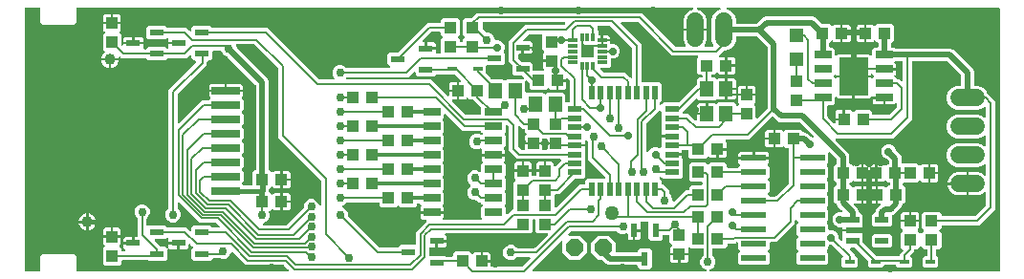
<source format=gtl>
G04 EAGLE Gerber RS-274X export*
G75*
%MOMM*%
%FSLAX34Y34*%
%LPD*%
%INTop Copper*%
%IPPOS*%
%AMOC8*
5,1,8,0,0,1.08239X$1,22.5*%
G01*
G04 Define Apertures*
%ADD10R,1.270000X0.558800*%
%ADD11R,0.558800X1.270000*%
%ADD12R,1.200000X1.400000*%
%ADD13R,1.000000X1.100000*%
%ADD14R,1.100000X1.000000*%
%ADD15R,1.200000X1.450000*%
%ADD16R,1.200000X0.600000*%
%ADD17R,1.550000X0.700000*%
%ADD18R,0.820000X0.420000*%
%ADD19R,0.600000X1.200000*%
%ADD20R,2.200000X0.600000*%
%ADD21R,1.525000X0.700000*%
%ADD22R,2.513000X3.402000*%
%ADD23R,1.200000X1.200000*%
%ADD24C,1.524000*%
%ADD25R,0.925000X0.300000*%
%ADD26R,0.300000X0.800000*%
%ADD27R,1.250000X0.600000*%
%ADD28C,1.270000*%
%ADD29P,1.64956X8X22.5*%
%ADD30R,2.500000X0.635000*%
%ADD31C,1.000000*%
%ADD32C,0.200000*%
%ADD33C,0.508000*%
%ADD34C,0.706400*%
%ADD35C,0.756400*%
%ADD36C,0.406400*%
%ADD37C,0.152400*%
%ADD38C,0.304800*%
G36*
X866167Y8127D02*
X865777Y8048D01*
X610776Y8048D01*
X610438Y8107D01*
X610098Y8313D01*
X609865Y8636D01*
X609776Y9024D01*
X609846Y9416D01*
X610063Y9749D01*
X610393Y9972D01*
X612199Y10720D01*
X614120Y12641D01*
X615160Y15151D01*
X615160Y17869D01*
X614120Y20379D01*
X612671Y21828D01*
X612457Y22145D01*
X612378Y22535D01*
X612378Y27782D01*
X612445Y28143D01*
X612660Y28478D01*
X612988Y28703D01*
X613378Y28782D01*
X623593Y28782D01*
X625378Y30567D01*
X625378Y31782D01*
X625445Y32143D01*
X625660Y32478D01*
X625988Y32703D01*
X626378Y32782D01*
X632232Y32782D01*
X633209Y33759D01*
X633526Y33973D01*
X633916Y34052D01*
X633957Y34052D01*
X634318Y33985D01*
X634653Y33770D01*
X634878Y33442D01*
X634957Y33052D01*
X634957Y28122D01*
X636337Y26742D01*
X636545Y26440D01*
X636630Y26051D01*
X636557Y25660D01*
X636337Y25328D01*
X634957Y23948D01*
X634957Y15422D01*
X636742Y13637D01*
X661268Y13637D01*
X663053Y15422D01*
X663053Y23948D01*
X661673Y25328D01*
X661465Y25630D01*
X661380Y26019D01*
X661453Y26410D01*
X661673Y26742D01*
X663053Y28122D01*
X663053Y33052D01*
X663120Y33413D01*
X663335Y33748D01*
X663663Y33973D01*
X664053Y34052D01*
X669062Y34052D01*
X685250Y50240D01*
X685403Y50347D01*
X685403Y52662D01*
X685465Y53008D01*
X685674Y53346D01*
X685998Y53577D01*
X686387Y53662D01*
X686778Y53589D01*
X687110Y53369D01*
X688337Y52142D01*
X688545Y51840D01*
X688630Y51451D01*
X688557Y51060D01*
X688337Y50728D01*
X687110Y49501D01*
X686957Y49394D01*
X686957Y40822D01*
X688337Y39442D01*
X688545Y39140D01*
X688630Y38751D01*
X688557Y38360D01*
X688337Y38028D01*
X686957Y36648D01*
X686957Y28122D01*
X688337Y26742D01*
X688545Y26440D01*
X688630Y26051D01*
X688557Y25660D01*
X688337Y25328D01*
X686957Y23948D01*
X686957Y15422D01*
X688742Y13637D01*
X713268Y13637D01*
X715053Y15422D01*
X715053Y23948D01*
X713673Y25328D01*
X713465Y25630D01*
X713380Y26019D01*
X713453Y26410D01*
X713673Y26742D01*
X715053Y28122D01*
X715053Y30520D01*
X715120Y30881D01*
X715335Y31216D01*
X715663Y31441D01*
X716053Y31520D01*
X717991Y31520D01*
X718366Y31447D01*
X718698Y31227D01*
X727740Y22185D01*
X727948Y21883D01*
X728033Y21494D01*
X727960Y21103D01*
X727740Y20771D01*
X726842Y19873D01*
X726842Y13147D01*
X728627Y11362D01*
X739353Y11362D01*
X741138Y13147D01*
X741138Y19873D01*
X739353Y21658D01*
X739038Y21658D01*
X738678Y21725D01*
X738342Y21940D01*
X738117Y22268D01*
X738038Y22658D01*
X738038Y23337D01*
X734180Y27195D01*
X733979Y27483D01*
X733887Y27870D01*
X733954Y28263D01*
X734169Y28598D01*
X734497Y28823D01*
X734887Y28902D01*
X738459Y28902D01*
X738834Y28829D01*
X739166Y28609D01*
X749549Y18226D01*
X749763Y17909D01*
X749842Y17519D01*
X749842Y13147D01*
X751627Y11362D01*
X762353Y11362D01*
X764430Y13439D01*
X764747Y13653D01*
X765137Y13732D01*
X774103Y13732D01*
X774479Y13659D01*
X774810Y13439D01*
X776887Y11362D01*
X787613Y11362D01*
X789398Y13147D01*
X789398Y19873D01*
X788084Y21187D01*
X787877Y21489D01*
X787791Y21878D01*
X787864Y22269D01*
X788084Y22601D01*
X791210Y25727D01*
X791210Y26902D01*
X791277Y27263D01*
X791492Y27598D01*
X791820Y27823D01*
X792210Y27902D01*
X794163Y27902D01*
X796218Y29957D01*
X796520Y30165D01*
X796909Y30250D01*
X797300Y30177D01*
X797632Y29957D01*
X799687Y27902D01*
X801402Y27902D01*
X801763Y27835D01*
X802098Y27620D01*
X802323Y27292D01*
X802402Y26902D01*
X802402Y22658D01*
X802335Y22298D01*
X802120Y21962D01*
X801792Y21737D01*
X801402Y21658D01*
X799887Y21658D01*
X798102Y19873D01*
X798102Y13147D01*
X799887Y11362D01*
X810613Y11362D01*
X812398Y13147D01*
X812398Y19873D01*
X810791Y21480D01*
X810577Y21797D01*
X810498Y22187D01*
X810498Y26902D01*
X810565Y27263D01*
X810780Y27598D01*
X811108Y27823D01*
X811498Y27902D01*
X813213Y27902D01*
X814998Y29687D01*
X814998Y42213D01*
X813468Y43743D01*
X813260Y44045D01*
X813175Y44434D01*
X813248Y44825D01*
X813468Y45157D01*
X814998Y46687D01*
X814998Y47902D01*
X815065Y48263D01*
X815280Y48598D01*
X815608Y48823D01*
X815998Y48902D01*
X848377Y48902D01*
X862568Y63093D01*
X862568Y159157D01*
X855770Y165955D01*
X855553Y166279D01*
X854864Y167943D01*
X851863Y170944D01*
X847942Y172568D01*
X844788Y172568D01*
X844428Y172635D01*
X844092Y172850D01*
X843867Y173178D01*
X843788Y173568D01*
X843788Y185262D01*
X842937Y187315D01*
X825490Y204762D01*
X823437Y205613D01*
X774617Y205613D01*
X774241Y205686D01*
X773910Y205906D01*
X773243Y206573D01*
X771373Y206573D01*
X771013Y206640D01*
X770677Y206855D01*
X770452Y207183D01*
X770373Y207573D01*
X770373Y210027D01*
X770440Y210388D01*
X770655Y210723D01*
X770983Y210948D01*
X771373Y211027D01*
X771548Y211027D01*
X773333Y212812D01*
X773333Y225338D01*
X771548Y227123D01*
X758022Y227123D01*
X756633Y225733D01*
X756330Y225526D01*
X755942Y225441D01*
X755550Y225514D01*
X755219Y225733D01*
X754337Y226615D01*
X748785Y226615D01*
X748785Y211535D01*
X754337Y211535D01*
X755219Y212417D01*
X755521Y212624D01*
X755910Y212709D01*
X756301Y212636D01*
X756633Y212417D01*
X758022Y211027D01*
X758197Y211027D01*
X758558Y210960D01*
X758893Y210745D01*
X759118Y210417D01*
X759197Y210027D01*
X759197Y207573D01*
X759130Y207213D01*
X758915Y206877D01*
X758587Y206652D01*
X758197Y206573D01*
X755467Y206573D01*
X753682Y204788D01*
X753682Y200109D01*
X753620Y199764D01*
X753411Y199425D01*
X753087Y199195D01*
X752698Y199109D01*
X752307Y199182D01*
X751975Y199402D01*
X750852Y200525D01*
X738235Y200525D01*
X738235Y181975D01*
X752340Y181975D01*
X752340Y182209D01*
X752402Y182554D01*
X752611Y182893D01*
X752935Y183123D01*
X753324Y183209D01*
X753715Y183136D01*
X754047Y182916D01*
X754922Y182041D01*
X755129Y181739D01*
X755214Y181350D01*
X755141Y180959D01*
X754922Y180627D01*
X754047Y179753D01*
X753759Y179552D01*
X753372Y179460D01*
X752980Y179527D01*
X752644Y179741D01*
X752484Y179975D01*
X738235Y179975D01*
X738235Y161425D01*
X750852Y161425D01*
X752483Y163056D01*
X752771Y163257D01*
X753158Y163348D01*
X753551Y163281D01*
X753886Y163067D01*
X753983Y162925D01*
X765355Y162925D01*
X765355Y155885D01*
X773032Y155885D01*
X774025Y156878D01*
X774313Y157079D01*
X774700Y157170D01*
X775093Y157103D01*
X775428Y156889D01*
X775653Y156561D01*
X775732Y156171D01*
X775732Y154491D01*
X775659Y154116D01*
X775439Y153784D01*
X768871Y147216D01*
X768554Y147002D01*
X768164Y146923D01*
X754783Y146923D01*
X754423Y146990D01*
X754087Y147205D01*
X753862Y147533D01*
X753783Y147923D01*
X753783Y149638D01*
X751998Y151423D01*
X739472Y151423D01*
X737583Y149533D01*
X737280Y149326D01*
X736892Y149241D01*
X736500Y149314D01*
X736169Y149533D01*
X734787Y150915D01*
X729735Y150915D01*
X729735Y141875D01*
X721195Y141875D01*
X721195Y140384D01*
X721133Y140038D01*
X720924Y139700D01*
X720600Y139469D01*
X720211Y139384D01*
X719820Y139457D01*
X719488Y139677D01*
X714456Y144709D01*
X714242Y145026D01*
X714163Y145416D01*
X714163Y154377D01*
X714230Y154738D01*
X714445Y155073D01*
X714773Y155298D01*
X715163Y155377D01*
X719003Y155377D01*
X720788Y157162D01*
X720788Y161841D01*
X720850Y162186D01*
X721059Y162525D01*
X721383Y162755D01*
X721772Y162841D01*
X722163Y162768D01*
X722495Y162548D01*
X723618Y161425D01*
X736235Y161425D01*
X736235Y179975D01*
X721982Y179975D01*
X721859Y179776D01*
X721535Y179545D01*
X721146Y179460D01*
X720755Y179533D01*
X720423Y179753D01*
X719908Y180268D01*
X719700Y180570D01*
X719615Y180959D01*
X719688Y181350D01*
X719908Y181682D01*
X720423Y182197D01*
X720711Y182398D01*
X721098Y182490D01*
X721491Y182423D01*
X721826Y182209D01*
X721986Y181975D01*
X736235Y181975D01*
X736235Y200525D01*
X723618Y200525D01*
X722495Y199402D01*
X722207Y199201D01*
X721820Y199110D01*
X721428Y199177D01*
X721092Y199391D01*
X720867Y199719D01*
X720788Y200109D01*
X720788Y204788D01*
X719003Y206573D01*
X716703Y206573D01*
X716343Y206640D01*
X716007Y206855D01*
X715782Y207183D01*
X715703Y207573D01*
X715703Y210027D01*
X715770Y210388D01*
X715985Y210723D01*
X716313Y210948D01*
X716383Y210962D01*
X717837Y212417D01*
X718140Y212624D01*
X718528Y212709D01*
X718920Y212636D01*
X719251Y212417D01*
X720133Y211535D01*
X725685Y211535D01*
X725685Y226615D01*
X720133Y226615D01*
X719251Y225733D01*
X718949Y225526D01*
X718560Y225441D01*
X718169Y225514D01*
X717837Y225733D01*
X716448Y227123D01*
X709954Y227123D01*
X709579Y227196D01*
X709247Y227416D01*
X703325Y233337D01*
X701272Y234188D01*
X659288Y234188D01*
X657235Y233337D01*
X652028Y228131D01*
X651711Y227917D01*
X651321Y227838D01*
X633968Y227838D01*
X633608Y227905D01*
X633272Y228120D01*
X633047Y228448D01*
X632968Y228838D01*
X632968Y231992D01*
X631344Y235913D01*
X628343Y238914D01*
X625653Y240028D01*
X625363Y240212D01*
X625128Y240533D01*
X625036Y240920D01*
X625103Y241313D01*
X625317Y241648D01*
X625646Y241873D01*
X626036Y241952D01*
X865777Y241952D01*
X866138Y241885D01*
X866473Y241670D01*
X866698Y241342D01*
X866777Y240952D01*
X866777Y9048D01*
X866710Y8688D01*
X866495Y8352D01*
X866167Y8127D01*
G37*
%LPC*%
G36*
X739745Y220075D02*
X746785Y220075D01*
X746785Y226615D01*
X741233Y226615D01*
X739745Y225127D01*
X739745Y220075D01*
G37*
G36*
X727685Y220075D02*
X734725Y220075D01*
X734725Y225127D01*
X733237Y226615D01*
X727685Y226615D01*
X727685Y220075D01*
G37*
G36*
X727685Y211535D02*
X733237Y211535D01*
X734725Y213023D01*
X734725Y218075D01*
X727685Y218075D01*
X727685Y211535D01*
G37*
G36*
X741233Y211535D02*
X746785Y211535D01*
X746785Y218075D01*
X739745Y218075D01*
X739745Y213023D01*
X741233Y211535D01*
G37*
G36*
X755678Y155885D02*
X763355Y155885D01*
X763355Y160925D01*
X754190Y160925D01*
X754190Y157373D01*
X755678Y155885D01*
G37*
G36*
X721195Y143875D02*
X727735Y143875D01*
X727735Y150915D01*
X722683Y150915D01*
X721195Y149427D01*
X721195Y143875D01*
G37*
%LPD*%
G36*
X16342Y8127D02*
X15952Y8048D01*
X4048Y8048D01*
X3688Y8115D01*
X3352Y8330D01*
X3127Y8658D01*
X3048Y9048D01*
X3048Y240952D01*
X3115Y241313D01*
X3330Y241648D01*
X3658Y241873D01*
X4048Y241952D01*
X15952Y241952D01*
X16313Y241885D01*
X16648Y241670D01*
X16873Y241342D01*
X16952Y240952D01*
X16952Y228737D01*
X18737Y226952D01*
X47263Y226952D01*
X49048Y228737D01*
X49048Y240952D01*
X49115Y241313D01*
X49330Y241648D01*
X49658Y241873D01*
X50048Y241952D01*
X594492Y241952D01*
X594830Y241893D01*
X595170Y241687D01*
X595403Y241364D01*
X595492Y240976D01*
X595422Y240584D01*
X595205Y240251D01*
X594875Y240028D01*
X591145Y238483D01*
X588287Y235625D01*
X586740Y231891D01*
X586740Y223250D01*
X607060Y223250D01*
X607060Y231891D01*
X605513Y235625D01*
X602655Y238483D01*
X598926Y240028D01*
X598636Y240212D01*
X598400Y240533D01*
X598309Y240920D01*
X598375Y241313D01*
X598590Y241648D01*
X598918Y241873D01*
X599308Y241952D01*
X618564Y241952D01*
X618902Y241893D01*
X619243Y241687D01*
X619476Y241364D01*
X619564Y240976D01*
X619494Y240584D01*
X619277Y240251D01*
X618947Y240028D01*
X616257Y238914D01*
X613256Y235913D01*
X611632Y231992D01*
X611632Y212508D01*
X613238Y208631D01*
X613314Y208280D01*
X613247Y207888D01*
X613032Y207552D01*
X612704Y207327D01*
X612314Y207248D01*
X606301Y207248D01*
X605955Y207310D01*
X605616Y207519D01*
X605386Y207843D01*
X605301Y208232D01*
X605374Y208623D01*
X605468Y208766D01*
X607060Y212609D01*
X607060Y221250D01*
X586740Y221250D01*
X586740Y212609D01*
X588322Y208789D01*
X588407Y208667D01*
X588499Y208280D01*
X588432Y207888D01*
X588218Y207552D01*
X587889Y207327D01*
X587499Y207248D01*
X579941Y207248D01*
X579566Y207321D01*
X579234Y207541D01*
X549682Y237093D01*
X403568Y237093D01*
X399216Y232741D01*
X398899Y232527D01*
X398509Y232448D01*
X393287Y232448D01*
X391502Y230663D01*
X391502Y218137D01*
X393032Y216607D01*
X393240Y216305D01*
X393325Y215916D01*
X393252Y215525D01*
X393032Y215193D01*
X391502Y213663D01*
X391502Y212448D01*
X391435Y212088D01*
X391220Y211752D01*
X390892Y211527D01*
X390502Y211448D01*
X389913Y211448D01*
X389553Y211515D01*
X389217Y211730D01*
X388992Y212058D01*
X388913Y212448D01*
X388913Y213663D01*
X387383Y215193D01*
X387175Y215495D01*
X387090Y215884D01*
X387163Y216275D01*
X387383Y216607D01*
X388913Y218137D01*
X388913Y230663D01*
X387128Y232448D01*
X373602Y232448D01*
X371817Y230663D01*
X371817Y229448D01*
X371750Y229088D01*
X371535Y228752D01*
X371207Y228527D01*
X370817Y228448D01*
X360083Y228448D01*
X334191Y202556D01*
X333874Y202342D01*
X333484Y202263D01*
X326312Y202263D01*
X324527Y200478D01*
X324527Y191952D01*
X326574Y189905D01*
X326775Y189617D01*
X326867Y189230D01*
X326800Y188838D01*
X326586Y188502D01*
X326257Y188277D01*
X325867Y188198D01*
X288600Y188198D01*
X288225Y188271D01*
X287893Y188491D01*
X286444Y189940D01*
X283934Y190980D01*
X281216Y190980D01*
X278706Y189940D01*
X276785Y188019D01*
X275745Y185509D01*
X275745Y182791D01*
X276785Y180281D01*
X277321Y179745D01*
X277522Y179457D01*
X277613Y179070D01*
X277546Y178678D01*
X277332Y178342D01*
X277004Y178117D01*
X276614Y178038D01*
X264981Y178038D01*
X264606Y178111D01*
X264274Y178331D01*
X218637Y223968D01*
X170427Y223968D01*
X170051Y224041D01*
X169720Y224261D01*
X168013Y225968D01*
X152987Y225968D01*
X151202Y224183D01*
X151202Y222062D01*
X151140Y221716D01*
X150931Y221378D01*
X150607Y221147D01*
X150218Y221062D01*
X149827Y221135D01*
X149495Y221355D01*
X146882Y223968D01*
X130427Y223968D01*
X130051Y224041D01*
X129720Y224261D01*
X128013Y225968D01*
X112987Y225968D01*
X111202Y224183D01*
X111202Y215657D01*
X112987Y213872D01*
X128013Y213872D01*
X129003Y214862D01*
X129291Y215063D01*
X129678Y215155D01*
X130071Y215088D01*
X130406Y214874D01*
X130631Y214545D01*
X130710Y214155D01*
X130710Y211420D01*
X140500Y211420D01*
X140500Y209420D01*
X130710Y209420D01*
X130710Y206685D01*
X130648Y206339D01*
X130439Y206001D01*
X130115Y205770D01*
X129726Y205685D01*
X129335Y205758D01*
X129003Y205978D01*
X128013Y206968D01*
X112987Y206968D01*
X111280Y205261D01*
X110963Y205047D01*
X110573Y204968D01*
X109290Y204968D01*
X108930Y205035D01*
X108594Y205250D01*
X108369Y205578D01*
X108290Y205968D01*
X108290Y209420D01*
X90710Y209420D01*
X90710Y209284D01*
X90648Y208938D01*
X90439Y208600D01*
X90115Y208369D01*
X89726Y208284D01*
X89335Y208357D01*
X89003Y208577D01*
X88986Y208594D01*
X88772Y208911D01*
X88693Y209301D01*
X88693Y217973D01*
X87303Y219362D01*
X87096Y219665D01*
X87011Y220053D01*
X87084Y220445D01*
X87303Y220776D01*
X88185Y221658D01*
X88185Y227210D01*
X73105Y227210D01*
X73105Y221658D01*
X73987Y220776D01*
X74194Y220474D01*
X74279Y220085D01*
X74206Y219694D01*
X73987Y219362D01*
X72597Y217973D01*
X72597Y204447D01*
X73974Y203071D01*
X74181Y202769D01*
X74266Y202380D01*
X74193Y201989D01*
X73974Y201657D01*
X72438Y200121D01*
X71290Y197350D01*
X71290Y196850D01*
X86370Y196850D01*
X86370Y197346D01*
X86432Y197692D01*
X86641Y198030D01*
X86965Y198261D01*
X87354Y198346D01*
X87745Y198273D01*
X88077Y198053D01*
X89258Y196872D01*
X110573Y196872D01*
X110949Y196799D01*
X111280Y196579D01*
X112987Y194872D01*
X128013Y194872D01*
X129720Y196579D01*
X130037Y196793D01*
X130427Y196872D01*
X146717Y196872D01*
X149495Y199650D01*
X149783Y199851D01*
X150170Y199943D01*
X150563Y199876D01*
X150898Y199661D01*
X151123Y199333D01*
X151202Y198943D01*
X151202Y196657D01*
X152987Y194872D01*
X154348Y194872D01*
X154694Y194810D01*
X155032Y194601D01*
X155263Y194277D01*
X155348Y193888D01*
X155275Y193497D01*
X155055Y193165D01*
X130572Y168682D01*
X130572Y64445D01*
X130499Y64070D01*
X130279Y63738D01*
X128830Y62289D01*
X127790Y59779D01*
X127790Y57061D01*
X128830Y54551D01*
X130751Y52630D01*
X133261Y51590D01*
X135979Y51590D01*
X138489Y52630D01*
X140410Y54551D01*
X141450Y57061D01*
X141450Y59779D01*
X140410Y62289D01*
X138961Y63738D01*
X138747Y64055D01*
X138668Y64445D01*
X138668Y68542D01*
X138730Y68887D01*
X138939Y69226D01*
X139263Y69456D01*
X139652Y69542D01*
X140043Y69469D01*
X140375Y69249D01*
X158490Y51134D01*
X172597Y51134D01*
X172972Y51061D01*
X173304Y50841D01*
X175660Y48485D01*
X175861Y48197D01*
X175953Y47810D01*
X175886Y47418D01*
X175671Y47082D01*
X175343Y46857D01*
X174953Y46778D01*
X170427Y46778D01*
X170051Y46851D01*
X169720Y47071D01*
X168013Y48778D01*
X152987Y48778D01*
X151202Y46993D01*
X151202Y44897D01*
X151140Y44551D01*
X150931Y44213D01*
X150607Y43982D01*
X150218Y43897D01*
X149827Y43970D01*
X149495Y44190D01*
X146907Y46778D01*
X130427Y46778D01*
X130051Y46851D01*
X129720Y47071D01*
X128013Y48778D01*
X112952Y48778D01*
X112782Y48660D01*
X112395Y48568D01*
X112003Y48635D01*
X111667Y48849D01*
X111442Y49178D01*
X111363Y49568D01*
X111363Y54935D01*
X111436Y55310D01*
X111656Y55642D01*
X113105Y57091D01*
X114145Y59601D01*
X114145Y62319D01*
X113105Y64829D01*
X111184Y66750D01*
X108674Y67790D01*
X105956Y67790D01*
X103446Y66750D01*
X101525Y64829D01*
X100485Y62319D01*
X100485Y59601D01*
X101525Y57091D01*
X102974Y55642D01*
X103188Y55325D01*
X103267Y54935D01*
X103267Y39770D01*
X103200Y39410D01*
X102985Y39074D01*
X102657Y38849D01*
X102267Y38770D01*
X100500Y38770D01*
X100500Y32230D01*
X90710Y32230D01*
X90710Y29178D01*
X92153Y27735D01*
X92354Y27447D01*
X92445Y27060D01*
X92378Y26668D01*
X92164Y26332D01*
X91836Y26107D01*
X91446Y26028D01*
X89693Y26028D01*
X89333Y26095D01*
X88997Y26310D01*
X88772Y26638D01*
X88693Y27028D01*
X88693Y28743D01*
X87303Y30132D01*
X87096Y30435D01*
X87011Y30823D01*
X87084Y31215D01*
X87303Y31546D01*
X88185Y32428D01*
X88185Y37980D01*
X73105Y37980D01*
X73105Y32428D01*
X73987Y31546D01*
X74194Y31244D01*
X74279Y30855D01*
X74206Y30464D01*
X73987Y30132D01*
X72597Y28743D01*
X72597Y15217D01*
X74382Y13432D01*
X86908Y13432D01*
X88693Y15217D01*
X88693Y16932D01*
X88760Y17293D01*
X88975Y17628D01*
X89303Y17853D01*
X89693Y17932D01*
X112323Y17932D01*
X112699Y17859D01*
X112966Y17682D01*
X128013Y17682D01*
X129798Y19467D01*
X129798Y27676D01*
X129860Y28021D01*
X130069Y28360D01*
X130393Y28590D01*
X130782Y28676D01*
X131173Y28603D01*
X131505Y28383D01*
X132198Y27690D01*
X138500Y27690D01*
X138500Y32230D01*
X130710Y32230D01*
X130710Y29495D01*
X130648Y29149D01*
X130439Y28811D01*
X130115Y28580D01*
X129726Y28495D01*
X129335Y28568D01*
X129003Y28788D01*
X128013Y29778D01*
X124316Y29778D01*
X123941Y29851D01*
X123609Y30071D01*
X118705Y34975D01*
X118504Y35263D01*
X118412Y35650D01*
X118479Y36043D01*
X118694Y36378D01*
X119022Y36603D01*
X119412Y36682D01*
X128013Y36682D01*
X129003Y37672D01*
X129291Y37873D01*
X129678Y37965D01*
X130071Y37898D01*
X130406Y37684D01*
X130631Y37355D01*
X130710Y36965D01*
X130710Y34230D01*
X140500Y34230D01*
X140500Y27690D01*
X146802Y27690D01*
X148290Y29178D01*
X148290Y31531D01*
X148352Y31877D01*
X148561Y32215D01*
X148885Y32446D01*
X149274Y32531D01*
X149665Y32458D01*
X149997Y32238D01*
X152015Y30220D01*
X152223Y29918D01*
X152308Y29529D01*
X152235Y29138D01*
X152015Y28806D01*
X151202Y27993D01*
X151202Y19467D01*
X152987Y17682D01*
X168013Y17682D01*
X169720Y19389D01*
X170037Y19603D01*
X170427Y19682D01*
X176361Y19682D01*
X176744Y19606D01*
X177711Y19205D01*
X180429Y19205D01*
X182939Y20245D01*
X184860Y22166D01*
X185954Y24806D01*
X186148Y25108D01*
X186473Y25338D01*
X186862Y25423D01*
X187253Y25350D01*
X187585Y25131D01*
X198983Y13732D01*
X232224Y13732D01*
X232599Y13659D01*
X232931Y13439D01*
X236615Y9755D01*
X236816Y9467D01*
X236908Y9080D01*
X236841Y8688D01*
X236626Y8352D01*
X236298Y8127D01*
X235908Y8048D01*
X50048Y8048D01*
X49688Y8115D01*
X49352Y8330D01*
X49127Y8658D01*
X49048Y9048D01*
X49048Y21263D01*
X47263Y23048D01*
X18737Y23048D01*
X16952Y21263D01*
X16952Y9048D01*
X16885Y8688D01*
X16670Y8352D01*
X16342Y8127D01*
G37*
%LPC*%
G36*
X81645Y229210D02*
X88185Y229210D01*
X88185Y234762D01*
X86697Y236250D01*
X81645Y236250D01*
X81645Y229210D01*
G37*
G36*
X73105Y229210D02*
X79645Y229210D01*
X79645Y236250D01*
X74593Y236250D01*
X73105Y234762D01*
X73105Y229210D01*
G37*
G36*
X100500Y211420D02*
X108290Y211420D01*
X108290Y214472D01*
X106802Y215960D01*
X100500Y215960D01*
X100500Y211420D01*
G37*
G36*
X90710Y211420D02*
X98500Y211420D01*
X98500Y215960D01*
X92198Y215960D01*
X90710Y214472D01*
X90710Y211420D01*
G37*
G36*
X77330Y188310D02*
X77830Y188310D01*
X77830Y194850D01*
X71290Y194850D01*
X71290Y194350D01*
X72438Y191579D01*
X74559Y189458D01*
X77330Y188310D01*
G37*
G36*
X79830Y188310D02*
X80330Y188310D01*
X83101Y189458D01*
X85222Y191579D01*
X86370Y194350D01*
X86370Y194850D01*
X79830Y194850D01*
X79830Y188310D01*
G37*
G36*
X51290Y52850D02*
X57830Y52850D01*
X57830Y59390D01*
X57330Y59390D01*
X54559Y58242D01*
X52438Y56121D01*
X51290Y53350D01*
X51290Y52850D01*
G37*
G36*
X59830Y52850D02*
X66370Y52850D01*
X66370Y53350D01*
X65222Y56121D01*
X63101Y58242D01*
X60330Y59390D01*
X59830Y59390D01*
X59830Y52850D01*
G37*
G36*
X59830Y44310D02*
X60330Y44310D01*
X63101Y45458D01*
X65222Y47579D01*
X66370Y50350D01*
X66370Y50850D01*
X59830Y50850D01*
X59830Y44310D01*
G37*
G36*
X57330Y44310D02*
X57830Y44310D01*
X57830Y50850D01*
X51290Y50850D01*
X51290Y50350D01*
X52438Y47579D01*
X54559Y45458D01*
X57330Y44310D01*
G37*
G36*
X73105Y39980D02*
X79645Y39980D01*
X79645Y47020D01*
X74593Y47020D01*
X73105Y45532D01*
X73105Y39980D01*
G37*
G36*
X81645Y39980D02*
X88185Y39980D01*
X88185Y45532D01*
X86697Y47020D01*
X81645Y47020D01*
X81645Y39980D01*
G37*
G36*
X90710Y34230D02*
X98500Y34230D01*
X98500Y38770D01*
X92198Y38770D01*
X90710Y37282D01*
X90710Y34230D01*
G37*
%LPD*%
G36*
X429030Y177335D02*
X428641Y177250D01*
X428250Y177323D01*
X427918Y177543D01*
X426888Y178573D01*
X416846Y178573D01*
X416471Y178646D01*
X416139Y178866D01*
X412006Y182999D01*
X411792Y183316D01*
X411713Y183706D01*
X411713Y189802D01*
X411780Y190163D01*
X411995Y190498D01*
X412323Y190723D01*
X412713Y190802D01*
X426563Y190802D01*
X428348Y192587D01*
X428348Y201113D01*
X427572Y201889D01*
X427361Y202198D01*
X427279Y202588D01*
X427355Y202978D01*
X428220Y205066D01*
X428220Y207684D01*
X427218Y210102D01*
X425367Y211953D01*
X422949Y212955D01*
X420580Y212955D01*
X420220Y213022D01*
X419884Y213237D01*
X419659Y213565D01*
X419580Y213955D01*
X419580Y214747D01*
X418540Y217257D01*
X416619Y219178D01*
X414109Y220218D01*
X412059Y220218D01*
X411684Y220291D01*
X411352Y220511D01*
X408891Y222972D01*
X408677Y223289D01*
X408598Y223679D01*
X408598Y227997D01*
X408665Y228358D01*
X408880Y228693D01*
X409208Y228918D01*
X409598Y228997D01*
X481208Y228997D01*
X481554Y228935D01*
X481892Y228726D01*
X482123Y228402D01*
X482208Y228013D01*
X482135Y227622D01*
X481915Y227290D01*
X481216Y226591D01*
X480899Y226377D01*
X480509Y226298D01*
X446313Y226298D01*
X431982Y211967D01*
X431982Y193943D01*
X434959Y190966D01*
X435173Y190649D01*
X435252Y190259D01*
X435252Y183087D01*
X437037Y181302D01*
X443749Y181302D01*
X444124Y181229D01*
X444456Y181009D01*
X445185Y180280D01*
X445386Y179992D01*
X445478Y179605D01*
X445411Y179213D01*
X445196Y178877D01*
X444868Y178652D01*
X444478Y178573D01*
X430362Y178573D01*
X429332Y177543D01*
X429030Y177335D01*
G37*
G36*
X566867Y155883D02*
X566480Y155791D01*
X566088Y155858D01*
X565752Y156072D01*
X565527Y156401D01*
X565448Y156791D01*
X565448Y156905D01*
X565521Y157281D01*
X565741Y157612D01*
X567242Y159113D01*
X567242Y174339D01*
X565457Y176124D01*
X550448Y176124D01*
X550088Y176191D01*
X549752Y176406D01*
X549527Y176734D01*
X549448Y177124D01*
X549448Y209387D01*
X531545Y227290D01*
X531344Y227578D01*
X531252Y227965D01*
X531319Y228358D01*
X531534Y228693D01*
X531862Y228918D01*
X532252Y228997D01*
X545914Y228997D01*
X546289Y228924D01*
X546621Y228704D01*
X576173Y199152D01*
X598877Y199152D01*
X599223Y199090D01*
X599561Y198881D01*
X599792Y198557D01*
X599877Y198168D01*
X599804Y197777D01*
X599584Y197445D01*
X598902Y196763D01*
X598902Y184237D01*
X600687Y182452D01*
X602402Y182452D01*
X602763Y182385D01*
X603098Y182170D01*
X603323Y181842D01*
X603402Y181452D01*
X603402Y180798D01*
X603335Y180438D01*
X603120Y180102D01*
X602792Y179877D01*
X602402Y179798D01*
X600187Y179798D01*
X598402Y178013D01*
X598402Y173826D01*
X598329Y173451D01*
X598109Y173119D01*
X582925Y157935D01*
X582608Y157721D01*
X582218Y157642D01*
X568713Y157642D01*
X567155Y156084D01*
X566867Y155883D01*
G37*
G36*
X540757Y179612D02*
X540368Y179527D01*
X539977Y179600D01*
X539645Y179820D01*
X535077Y184388D01*
X516441Y184388D01*
X516066Y184461D01*
X515734Y184681D01*
X513470Y186945D01*
X513269Y187233D01*
X513177Y187620D01*
X513244Y188013D01*
X513459Y188348D01*
X513787Y188573D01*
X514177Y188652D01*
X520413Y188652D01*
X522198Y190437D01*
X522198Y195620D01*
X522265Y195981D01*
X522480Y196316D01*
X522808Y196541D01*
X523198Y196620D01*
X525184Y196620D01*
X527602Y197622D01*
X529453Y199473D01*
X530455Y201891D01*
X530455Y204509D01*
X529453Y206927D01*
X527602Y208778D01*
X525184Y209780D01*
X522690Y209780D01*
X522330Y209847D01*
X521994Y210062D01*
X521769Y210390D01*
X521690Y210780D01*
X521690Y212200D01*
X513525Y212200D01*
X513525Y217240D01*
X512198Y217240D01*
X511838Y217307D01*
X511502Y217522D01*
X511277Y217850D01*
X511198Y218240D01*
X511198Y221213D01*
X510991Y221420D01*
X510777Y221737D01*
X510698Y222127D01*
X510698Y224822D01*
X510765Y225183D01*
X510980Y225518D01*
X511308Y225743D01*
X511698Y225822D01*
X521149Y225822D01*
X521524Y225749D01*
X521856Y225529D01*
X541059Y206326D01*
X541273Y206009D01*
X541352Y205619D01*
X541352Y180527D01*
X541290Y180181D01*
X541081Y179843D01*
X540757Y179612D01*
G37*
%LPC*%
G36*
X515525Y214200D02*
X521690Y214200D01*
X521690Y215752D01*
X520202Y217240D01*
X515525Y217240D01*
X515525Y214200D01*
G37*
%LPD*%
G36*
X371207Y200977D02*
X370817Y200898D01*
X368115Y200898D01*
X367755Y200965D01*
X367419Y201180D01*
X367194Y201508D01*
X367115Y201898D01*
X367115Y204715D01*
X357575Y204715D01*
X357575Y211255D01*
X356754Y211255D01*
X356408Y211317D01*
X356070Y211526D01*
X355839Y211850D01*
X355754Y212239D01*
X355827Y212630D01*
X356047Y212962D01*
X363144Y220059D01*
X363461Y220273D01*
X363851Y220352D01*
X370817Y220352D01*
X371178Y220285D01*
X371513Y220070D01*
X371738Y219742D01*
X371817Y219352D01*
X371817Y218137D01*
X373347Y216607D01*
X373555Y216305D01*
X373640Y215916D01*
X373567Y215525D01*
X373347Y215193D01*
X371817Y213663D01*
X371817Y201898D01*
X371750Y201538D01*
X371535Y201202D01*
X371207Y200977D01*
G37*
%LPC*%
G36*
X359575Y206715D02*
X367115Y206715D01*
X367115Y209767D01*
X365627Y211255D01*
X359575Y211255D01*
X359575Y206715D01*
G37*
%LPD*%
G36*
X462771Y185792D02*
X462381Y185713D01*
X454348Y185713D01*
X453988Y185780D01*
X453652Y185995D01*
X453427Y186323D01*
X453348Y186713D01*
X453348Y191613D01*
X451563Y193398D01*
X444391Y193398D01*
X444016Y193471D01*
X443684Y193691D01*
X440371Y197004D01*
X440157Y197321D01*
X440078Y197711D01*
X440078Y199810D01*
X440145Y200171D01*
X440360Y200506D01*
X440688Y200731D01*
X441078Y200810D01*
X443300Y200810D01*
X443300Y207350D01*
X452840Y207350D01*
X452840Y210402D01*
X451352Y211890D01*
X445769Y211890D01*
X445423Y211952D01*
X445084Y212161D01*
X444854Y212485D01*
X444769Y212874D01*
X444842Y213265D01*
X445062Y213597D01*
X449374Y217909D01*
X449691Y218123D01*
X450081Y218202D01*
X460852Y218202D01*
X461213Y218135D01*
X461548Y217920D01*
X461773Y217592D01*
X461852Y217202D01*
X461852Y204937D01*
X463242Y203548D01*
X463449Y203245D01*
X463534Y202857D01*
X463461Y202465D01*
X463242Y202134D01*
X462360Y201252D01*
X462360Y195700D01*
X470900Y195700D01*
X470900Y193700D01*
X462360Y193700D01*
X462360Y188148D01*
X463088Y187420D01*
X463289Y187132D01*
X463380Y186745D01*
X463313Y186353D01*
X463099Y186017D01*
X462771Y185792D01*
G37*
%LPC*%
G36*
X445300Y200810D02*
X451352Y200810D01*
X452840Y202298D01*
X452840Y205350D01*
X445300Y205350D01*
X445300Y200810D01*
G37*
%LPD*%
G36*
X598315Y141739D02*
X597926Y141654D01*
X597535Y141727D01*
X597203Y141947D01*
X591302Y147848D01*
X586724Y147848D01*
X586364Y147915D01*
X586028Y148130D01*
X585803Y148458D01*
X585724Y148848D01*
X585724Y148870D01*
X585797Y149245D01*
X586017Y149577D01*
X597458Y161018D01*
X597760Y161225D01*
X598149Y161311D01*
X598540Y161238D01*
X598872Y161018D01*
X600187Y159702D01*
X614713Y159702D01*
X615602Y160592D01*
X615905Y160799D01*
X616293Y160884D01*
X616685Y160811D01*
X617016Y160592D01*
X617398Y160210D01*
X623450Y160210D01*
X623450Y179290D01*
X617398Y179290D01*
X617016Y178908D01*
X616714Y178701D01*
X616325Y178616D01*
X615934Y178689D01*
X615602Y178908D01*
X614713Y179798D01*
X612498Y179798D01*
X612138Y179865D01*
X611802Y180080D01*
X611577Y180408D01*
X611498Y180798D01*
X611498Y181452D01*
X611565Y181813D01*
X611780Y182148D01*
X612108Y182373D01*
X612498Y182452D01*
X614213Y182452D01*
X615602Y183842D01*
X615905Y184049D01*
X616293Y184134D01*
X616685Y184061D01*
X617016Y183842D01*
X617898Y182960D01*
X623450Y182960D01*
X623450Y198040D01*
X618929Y198040D01*
X618583Y198102D01*
X618245Y198311D01*
X618014Y198635D01*
X617929Y199024D01*
X618002Y199415D01*
X618222Y199747D01*
X622144Y203669D01*
X622461Y203883D01*
X622851Y203962D01*
X624422Y203962D01*
X628343Y205586D01*
X631344Y208587D01*
X632968Y212508D01*
X632968Y215662D01*
X633035Y216023D01*
X633250Y216358D01*
X633578Y216583D01*
X633968Y216662D01*
X651321Y216662D01*
X651696Y216589D01*
X652028Y216369D01*
X660869Y207528D01*
X661083Y207211D01*
X661162Y206821D01*
X661162Y152951D01*
X661089Y152576D01*
X660869Y152244D01*
X652375Y143750D01*
X652087Y143549D01*
X651700Y143457D01*
X651308Y143524D01*
X650972Y143739D01*
X650747Y144067D01*
X650668Y144457D01*
X650668Y154473D01*
X649278Y155862D01*
X649071Y156165D01*
X648986Y156553D01*
X649059Y156945D01*
X649278Y157276D01*
X650160Y158158D01*
X650160Y163710D01*
X635080Y163710D01*
X635080Y158158D01*
X635962Y157276D01*
X636169Y156974D01*
X636254Y156585D01*
X636181Y156194D01*
X635962Y155862D01*
X635205Y155106D01*
X634917Y154905D01*
X634530Y154813D01*
X634138Y154880D01*
X633802Y155094D01*
X633577Y155423D01*
X633498Y155813D01*
X633498Y156013D01*
X631713Y157798D01*
X617187Y157798D01*
X616298Y156908D01*
X615995Y156701D01*
X615607Y156616D01*
X615215Y156689D01*
X614884Y156908D01*
X614502Y157290D01*
X608450Y157290D01*
X608450Y146750D01*
X598910Y146750D01*
X598910Y142654D01*
X598848Y142308D01*
X598639Y141970D01*
X598315Y141739D01*
G37*
%LPC*%
G36*
X625450Y191500D02*
X632490Y191500D01*
X632490Y196552D01*
X631002Y198040D01*
X625450Y198040D01*
X625450Y191500D01*
G37*
G36*
X625450Y182960D02*
X631002Y182960D01*
X632490Y184448D01*
X632490Y189500D01*
X625450Y189500D01*
X625450Y182960D01*
G37*
G36*
X625450Y170750D02*
X632990Y170750D01*
X632990Y177802D01*
X631502Y179290D01*
X625450Y179290D01*
X625450Y170750D01*
G37*
G36*
X635080Y165710D02*
X641620Y165710D01*
X641620Y172750D01*
X636568Y172750D01*
X635080Y171262D01*
X635080Y165710D01*
G37*
G36*
X643620Y165710D02*
X650160Y165710D01*
X650160Y171262D01*
X648672Y172750D01*
X643620Y172750D01*
X643620Y165710D01*
G37*
G36*
X625450Y160210D02*
X631502Y160210D01*
X632990Y161698D01*
X632990Y168750D01*
X625450Y168750D01*
X625450Y160210D01*
G37*
G36*
X598910Y148750D02*
X606450Y148750D01*
X606450Y157290D01*
X600398Y157290D01*
X598910Y155802D01*
X598910Y148750D01*
G37*
%LPD*%
G36*
X506242Y197577D02*
X505852Y197498D01*
X497448Y197498D01*
X497088Y197565D01*
X496752Y197780D01*
X496527Y198108D01*
X496448Y198498D01*
X496448Y208410D01*
X496515Y208771D01*
X496730Y209106D01*
X497058Y209331D01*
X497448Y209410D01*
X497965Y209410D01*
X498341Y209337D01*
X498672Y209117D01*
X498887Y208902D01*
X506360Y208902D01*
X506721Y208835D01*
X507056Y208620D01*
X507281Y208292D01*
X507360Y207902D01*
X507360Y206885D01*
X507287Y206509D01*
X507067Y206178D01*
X506852Y205963D01*
X506852Y198498D01*
X506785Y198138D01*
X506570Y197802D01*
X506242Y197577D01*
G37*
G36*
X235154Y49212D02*
X234764Y49133D01*
X215347Y49133D01*
X215009Y49192D01*
X214669Y49398D01*
X214436Y49721D01*
X214348Y50109D01*
X214417Y50501D01*
X214635Y50834D01*
X214965Y51057D01*
X217229Y51995D01*
X219150Y53916D01*
X220190Y56426D01*
X220190Y59144D01*
X219662Y60419D01*
X219586Y60770D01*
X219653Y61163D01*
X219867Y61498D01*
X220195Y61723D01*
X220494Y61783D01*
X221902Y63192D01*
X222205Y63399D01*
X222593Y63484D01*
X222985Y63411D01*
X223316Y63192D01*
X224198Y62310D01*
X229750Y62310D01*
X229750Y77390D01*
X224198Y77390D01*
X223316Y76508D01*
X223014Y76301D01*
X222625Y76216D01*
X222234Y76289D01*
X221902Y76508D01*
X220496Y77914D01*
X220223Y77965D01*
X219887Y78180D01*
X219662Y78508D01*
X219583Y78898D01*
X219583Y80487D01*
X219650Y80848D01*
X219865Y81183D01*
X220193Y81408D01*
X220495Y81469D01*
X221902Y82877D01*
X222205Y83084D01*
X222593Y83169D01*
X222985Y83096D01*
X223316Y82877D01*
X224198Y81995D01*
X229750Y81995D01*
X229750Y97075D01*
X224198Y97075D01*
X223316Y96193D01*
X223014Y95986D01*
X222625Y95901D01*
X222234Y95974D01*
X221902Y96193D01*
X220513Y97583D01*
X220338Y97583D01*
X219978Y97650D01*
X219642Y97865D01*
X219417Y98193D01*
X219338Y98583D01*
X219338Y176617D01*
X218487Y178670D01*
X191273Y205885D01*
X191059Y206202D01*
X191031Y206340D01*
X190373Y207929D01*
X190297Y208280D01*
X190364Y208673D01*
X190578Y209008D01*
X190907Y209233D01*
X191297Y209312D01*
X206189Y209312D01*
X206564Y209239D01*
X206896Y209019D01*
X227434Y188481D01*
X227648Y188164D01*
X227727Y187774D01*
X227727Y126593D01*
X265534Y88786D01*
X265748Y88469D01*
X265827Y88079D01*
X265827Y67392D01*
X265768Y67054D01*
X265562Y66714D01*
X265239Y66481D01*
X264851Y66393D01*
X264459Y66462D01*
X264126Y66680D01*
X263903Y67010D01*
X262965Y69274D01*
X261044Y71195D01*
X258534Y72235D01*
X255816Y72235D01*
X253306Y71195D01*
X251385Y69274D01*
X250345Y66764D01*
X250345Y64714D01*
X250272Y64339D01*
X250052Y64007D01*
X235471Y49426D01*
X235154Y49212D01*
G37*
%LPC*%
G36*
X231750Y90535D02*
X238790Y90535D01*
X238790Y95587D01*
X237302Y97075D01*
X231750Y97075D01*
X231750Y90535D01*
G37*
G36*
X231750Y81995D02*
X237302Y81995D01*
X238790Y83483D01*
X238790Y88535D01*
X231750Y88535D01*
X231750Y81995D01*
G37*
G36*
X231750Y70850D02*
X238790Y70850D01*
X238790Y75902D01*
X237302Y77390D01*
X231750Y77390D01*
X231750Y70850D01*
G37*
G36*
X231750Y62310D02*
X237302Y62310D01*
X238790Y63798D01*
X238790Y68850D01*
X231750Y68850D01*
X231750Y62310D01*
G37*
%LPD*%
G36*
X204592Y84559D02*
X204202Y84480D01*
X196850Y84480D01*
X196474Y84553D01*
X196143Y84773D01*
X195873Y85043D01*
X195665Y85345D01*
X195580Y85734D01*
X195653Y86125D01*
X195873Y86457D01*
X197078Y87662D01*
X197078Y96538D01*
X195873Y97743D01*
X195665Y98045D01*
X195580Y98434D01*
X195653Y98825D01*
X195873Y99157D01*
X197078Y100362D01*
X197078Y109238D01*
X195873Y110443D01*
X195665Y110745D01*
X195580Y111134D01*
X195653Y111525D01*
X195873Y111857D01*
X197078Y113062D01*
X197078Y121938D01*
X195873Y123143D01*
X195665Y123445D01*
X195580Y123834D01*
X195653Y124225D01*
X195873Y124557D01*
X197078Y125762D01*
X197078Y134638D01*
X195873Y135843D01*
X195665Y136145D01*
X195580Y136534D01*
X195653Y136925D01*
X195873Y137257D01*
X197078Y138462D01*
X197078Y147338D01*
X195873Y148543D01*
X195665Y148845D01*
X195580Y149234D01*
X195653Y149625D01*
X195873Y149957D01*
X197078Y151162D01*
X197078Y160038D01*
X195513Y161602D01*
X195306Y161905D01*
X195221Y162293D01*
X195294Y162685D01*
X195513Y163016D01*
X196570Y164073D01*
X196570Y167300D01*
X166490Y167300D01*
X166490Y164073D01*
X167547Y163016D01*
X167754Y162714D01*
X167839Y162325D01*
X167766Y161934D01*
X167547Y161602D01*
X165885Y159941D01*
X165568Y159727D01*
X165178Y159648D01*
X160273Y159648D01*
X140375Y139750D01*
X140087Y139549D01*
X139700Y139457D01*
X139308Y139524D01*
X138972Y139739D01*
X138747Y140067D01*
X138668Y140457D01*
X138668Y164914D01*
X138741Y165289D01*
X138961Y165621D01*
X164703Y191363D01*
X164703Y193872D01*
X164770Y194233D01*
X164985Y194568D01*
X165313Y194793D01*
X165703Y194872D01*
X168013Y194872D01*
X169798Y196657D01*
X169798Y202597D01*
X169865Y202958D01*
X170080Y203293D01*
X170408Y203518D01*
X170798Y203597D01*
X176714Y203597D01*
X177082Y203527D01*
X177415Y203310D01*
X177638Y202980D01*
X178360Y201236D01*
X180281Y199315D01*
X182905Y198228D01*
X183038Y198202D01*
X183370Y197982D01*
X207869Y173483D01*
X208083Y173166D01*
X208162Y172776D01*
X208162Y98583D01*
X208095Y98223D01*
X207880Y97887D01*
X207552Y97662D01*
X207162Y97583D01*
X206987Y97583D01*
X205202Y95798D01*
X205202Y85480D01*
X205135Y85120D01*
X204920Y84784D01*
X204592Y84559D01*
G37*
%LPC*%
G36*
X166490Y169300D02*
X180530Y169300D01*
X180530Y174015D01*
X167978Y174015D01*
X166490Y172527D01*
X166490Y169300D01*
G37*
G36*
X182530Y169300D02*
X196570Y169300D01*
X196570Y172527D01*
X195082Y174015D01*
X182530Y174015D01*
X182530Y169300D01*
G37*
%LPD*%
G36*
X777830Y21907D02*
X777440Y21828D01*
X757811Y21828D01*
X757436Y21901D01*
X757104Y22121D01*
X745641Y33584D01*
X745427Y33901D01*
X745348Y34291D01*
X745348Y39213D01*
X745133Y39428D01*
X744919Y39745D01*
X744840Y40135D01*
X744840Y43450D01*
X727760Y43450D01*
X727760Y40135D01*
X727687Y39759D01*
X727467Y39428D01*
X727252Y39213D01*
X727252Y36537D01*
X727190Y36191D01*
X726981Y35853D01*
X726657Y35622D01*
X726268Y35537D01*
X725877Y35610D01*
X725545Y35830D01*
X724423Y36952D01*
X724209Y37269D01*
X724130Y37659D01*
X724130Y39409D01*
X723128Y41827D01*
X721277Y43678D01*
X718859Y44680D01*
X716053Y44680D01*
X715693Y44747D01*
X715357Y44962D01*
X715132Y45290D01*
X715053Y45680D01*
X715053Y49348D01*
X713673Y50728D01*
X713465Y51030D01*
X713380Y51419D01*
X713453Y51810D01*
X713673Y52142D01*
X715053Y53522D01*
X715053Y62048D01*
X713673Y63428D01*
X713465Y63730D01*
X713380Y64119D01*
X713453Y64510D01*
X713673Y64842D01*
X715053Y66222D01*
X715053Y74748D01*
X713673Y76128D01*
X713465Y76430D01*
X713380Y76819D01*
X713453Y77210D01*
X713673Y77542D01*
X715053Y78922D01*
X715053Y87448D01*
X713673Y88828D01*
X713465Y89130D01*
X713380Y89519D01*
X713453Y89910D01*
X713673Y90242D01*
X715053Y91622D01*
X715053Y100148D01*
X713673Y101528D01*
X713465Y101830D01*
X713380Y102219D01*
X713453Y102610D01*
X713673Y102942D01*
X715053Y104322D01*
X715053Y112830D01*
X715115Y113176D01*
X715324Y113514D01*
X715648Y113745D01*
X716037Y113830D01*
X716428Y113757D01*
X716760Y113537D01*
X722219Y108078D01*
X722433Y107761D01*
X722512Y107371D01*
X722512Y104298D01*
X722445Y103938D01*
X722230Y103602D01*
X721902Y103377D01*
X721512Y103298D01*
X721337Y103298D01*
X719552Y101513D01*
X719552Y88987D01*
X721337Y87202D01*
X721512Y87202D01*
X721873Y87135D01*
X722208Y86920D01*
X722433Y86592D01*
X722512Y86202D01*
X722512Y85248D01*
X722445Y84888D01*
X722230Y84552D01*
X721902Y84327D01*
X721512Y84248D01*
X721337Y84248D01*
X719552Y82463D01*
X719552Y69937D01*
X721337Y68152D01*
X721662Y68152D01*
X722030Y68082D01*
X722364Y67865D01*
X722586Y67535D01*
X723363Y65660D01*
X726760Y62262D01*
X726961Y61974D01*
X727053Y61587D01*
X726986Y61195D01*
X726771Y60859D01*
X726443Y60634D01*
X726053Y60555D01*
X723861Y60555D01*
X721443Y59553D01*
X719592Y57702D01*
X718590Y55284D01*
X718590Y52666D01*
X719592Y50248D01*
X721443Y48397D01*
X723861Y47395D01*
X726572Y47395D01*
X726728Y47429D01*
X727121Y47362D01*
X727456Y47147D01*
X727681Y46819D01*
X727760Y46429D01*
X727760Y45450D01*
X744840Y45450D01*
X744840Y48765D01*
X744913Y49141D01*
X745133Y49472D01*
X745348Y49687D01*
X745348Y58213D01*
X743563Y59998D01*
X742888Y59998D01*
X742528Y60065D01*
X742192Y60280D01*
X741967Y60608D01*
X741888Y60998D01*
X741888Y61737D01*
X741037Y63790D01*
X737875Y66953D01*
X737674Y67241D01*
X737582Y67628D01*
X737649Y68021D01*
X737864Y68356D01*
X738192Y68581D01*
X738582Y68660D01*
X744100Y68660D01*
X744100Y83740D01*
X738548Y83740D01*
X737666Y82858D01*
X737364Y82651D01*
X736975Y82566D01*
X736584Y82639D01*
X736252Y82858D01*
X734863Y84248D01*
X734688Y84248D01*
X734328Y84315D01*
X733992Y84530D01*
X733767Y84858D01*
X733688Y85248D01*
X733688Y86202D01*
X733755Y86563D01*
X733970Y86898D01*
X734298Y87123D01*
X734688Y87202D01*
X734863Y87202D01*
X736252Y88592D01*
X736555Y88799D01*
X736943Y88884D01*
X737335Y88811D01*
X737666Y88592D01*
X738548Y87710D01*
X744100Y87710D01*
X744100Y102790D01*
X738548Y102790D01*
X737666Y101908D01*
X737364Y101701D01*
X736975Y101616D01*
X736584Y101689D01*
X736252Y101908D01*
X734863Y103298D01*
X734688Y103298D01*
X734328Y103365D01*
X733992Y103580D01*
X733767Y103908D01*
X733688Y104298D01*
X733688Y111212D01*
X732837Y113265D01*
X721683Y124420D01*
X721482Y124708D01*
X721390Y125095D01*
X721457Y125488D01*
X721672Y125823D01*
X722000Y126048D01*
X722390Y126127D01*
X772567Y126127D01*
X788908Y142468D01*
X788908Y193437D01*
X788975Y193798D01*
X789190Y194133D01*
X789518Y194358D01*
X789908Y194437D01*
X819596Y194437D01*
X819971Y194364D01*
X820303Y194144D01*
X832319Y182128D01*
X832533Y181811D01*
X832612Y181421D01*
X832612Y173568D01*
X832545Y173208D01*
X832330Y172872D01*
X832002Y172647D01*
X831612Y172568D01*
X828458Y172568D01*
X824537Y170944D01*
X821536Y167943D01*
X819912Y164022D01*
X819912Y159778D01*
X821536Y155857D01*
X824537Y152856D01*
X828458Y151232D01*
X847942Y151232D01*
X851863Y152856D01*
X852765Y153758D01*
X853053Y153959D01*
X853440Y154050D01*
X853833Y153984D01*
X854168Y153769D01*
X854393Y153441D01*
X854472Y153051D01*
X854472Y145349D01*
X854410Y145004D01*
X854201Y144665D01*
X853877Y144435D01*
X853488Y144349D01*
X853097Y144422D01*
X852765Y144642D01*
X851863Y145544D01*
X847942Y147168D01*
X828458Y147168D01*
X824537Y145544D01*
X821536Y142543D01*
X819912Y138622D01*
X819912Y134378D01*
X821536Y130457D01*
X824537Y127456D01*
X828458Y125832D01*
X847942Y125832D01*
X851863Y127456D01*
X852765Y128358D01*
X853053Y128559D01*
X853440Y128650D01*
X853833Y128584D01*
X854168Y128369D01*
X854393Y128041D01*
X854472Y127651D01*
X854472Y119949D01*
X854410Y119604D01*
X854201Y119265D01*
X853877Y119035D01*
X853488Y118949D01*
X853097Y119022D01*
X852765Y119242D01*
X851863Y120144D01*
X847942Y121768D01*
X828458Y121768D01*
X824537Y120144D01*
X821536Y117143D01*
X819912Y113222D01*
X819912Y108978D01*
X821536Y105057D01*
X824537Y102056D01*
X828458Y100432D01*
X847942Y100432D01*
X851863Y102056D01*
X852765Y102958D01*
X853053Y103159D01*
X853440Y103250D01*
X853833Y103184D01*
X854168Y102969D01*
X854393Y102641D01*
X854472Y102251D01*
X854472Y93831D01*
X854410Y93485D01*
X854201Y93146D01*
X853877Y92916D01*
X853488Y92831D01*
X853097Y92904D01*
X852765Y93124D01*
X851575Y94313D01*
X847841Y95860D01*
X839200Y95860D01*
X839200Y75540D01*
X847841Y75540D01*
X851575Y77087D01*
X852765Y78276D01*
X853053Y78477D01*
X853440Y78569D01*
X853833Y78502D01*
X854168Y78288D01*
X854393Y77959D01*
X854472Y77569D01*
X854472Y66861D01*
X854399Y66486D01*
X854179Y66154D01*
X845316Y57291D01*
X844999Y57077D01*
X844609Y56998D01*
X815998Y56998D01*
X815638Y57065D01*
X815302Y57280D01*
X815077Y57608D01*
X814998Y57998D01*
X814998Y59213D01*
X813213Y60998D01*
X799687Y60998D01*
X797902Y59213D01*
X797902Y46687D01*
X799432Y45157D01*
X799640Y44855D01*
X799725Y44466D01*
X799652Y44075D01*
X799432Y43743D01*
X797632Y41943D01*
X797330Y41735D01*
X796941Y41650D01*
X796550Y41723D01*
X796218Y41943D01*
X794058Y44102D01*
X793851Y44405D01*
X793766Y44793D01*
X793839Y45185D01*
X794058Y45516D01*
X795440Y46898D01*
X795440Y51950D01*
X779360Y51950D01*
X779360Y46898D01*
X780742Y45516D01*
X780949Y45214D01*
X781034Y44825D01*
X780961Y44434D01*
X780742Y44102D01*
X778852Y42213D01*
X778852Y29687D01*
X780916Y27623D01*
X781123Y27321D01*
X781209Y26932D01*
X781136Y26541D01*
X780916Y26209D01*
X778440Y23733D01*
X778440Y22828D01*
X778373Y22468D01*
X778158Y22132D01*
X777830Y21907D01*
G37*
%LPC*%
G36*
X755037Y47902D02*
X769563Y47902D01*
X771348Y49687D01*
X771348Y57236D01*
X771418Y57604D01*
X771635Y57938D01*
X771965Y58160D01*
X773420Y58763D01*
X779682Y65025D01*
X780533Y67078D01*
X780533Y67152D01*
X780600Y67513D01*
X780815Y67848D01*
X781143Y68073D01*
X781533Y68152D01*
X781708Y68152D01*
X783493Y69937D01*
X783493Y82463D01*
X781708Y84248D01*
X781533Y84248D01*
X781173Y84315D01*
X780837Y84530D01*
X780612Y84858D01*
X780533Y85248D01*
X780533Y85702D01*
X780600Y86063D01*
X780815Y86398D01*
X781143Y86623D01*
X781533Y86702D01*
X793418Y86702D01*
X795307Y88592D01*
X795610Y88799D01*
X795998Y88884D01*
X796390Y88811D01*
X796721Y88592D01*
X798103Y87210D01*
X803155Y87210D01*
X803155Y103290D01*
X798103Y103290D01*
X796721Y101908D01*
X796419Y101701D01*
X796030Y101616D01*
X795639Y101689D01*
X795307Y101908D01*
X793418Y103798D01*
X780898Y103798D01*
X780538Y103865D01*
X780202Y104080D01*
X779977Y104408D01*
X779898Y104798D01*
X779898Y109452D01*
X779047Y111505D01*
X775061Y115492D01*
X774844Y115816D01*
X773928Y118027D01*
X772077Y119878D01*
X769659Y120880D01*
X767041Y120880D01*
X764623Y119878D01*
X762772Y118027D01*
X761770Y115609D01*
X761770Y112991D01*
X762772Y110573D01*
X764623Y108722D01*
X766834Y107806D01*
X767158Y107589D01*
X768429Y106318D01*
X768643Y106001D01*
X768722Y105611D01*
X768722Y104298D01*
X768655Y103938D01*
X768440Y103602D01*
X768112Y103377D01*
X767722Y103298D01*
X767547Y103298D01*
X766158Y101908D01*
X765855Y101701D01*
X765467Y101616D01*
X765075Y101689D01*
X764744Y101908D01*
X763862Y102790D01*
X758310Y102790D01*
X758310Y87710D01*
X763862Y87710D01*
X764744Y88592D01*
X765046Y88799D01*
X765435Y88884D01*
X765826Y88811D01*
X766158Y88592D01*
X767547Y87202D01*
X768357Y87202D01*
X768718Y87135D01*
X769053Y86920D01*
X769278Y86592D01*
X769357Y86202D01*
X769357Y85248D01*
X769290Y84888D01*
X769075Y84552D01*
X768747Y84327D01*
X768357Y84248D01*
X768182Y84248D01*
X766793Y82858D01*
X766490Y82651D01*
X766102Y82566D01*
X765710Y82639D01*
X765379Y82858D01*
X764497Y83740D01*
X758945Y83740D01*
X758945Y68660D01*
X760018Y68660D01*
X760364Y68598D01*
X760702Y68389D01*
X760933Y68065D01*
X761018Y67676D01*
X760945Y67285D01*
X760725Y66953D01*
X757563Y63790D01*
X756712Y61737D01*
X756712Y60998D01*
X756645Y60638D01*
X756430Y60302D01*
X756102Y60077D01*
X755712Y59998D01*
X755037Y59998D01*
X753252Y58213D01*
X753252Y49687D01*
X755037Y47902D01*
G37*
G36*
X805155Y96250D02*
X811695Y96250D01*
X811695Y101802D01*
X810207Y103290D01*
X805155Y103290D01*
X805155Y96250D01*
G37*
G36*
X746100Y87710D02*
X756310Y87710D01*
X756310Y102790D01*
X746100Y102790D01*
X746100Y87710D01*
G37*
G36*
X820420Y86700D02*
X837200Y86700D01*
X837200Y95860D01*
X828559Y95860D01*
X824825Y94313D01*
X821967Y91455D01*
X820420Y87721D01*
X820420Y86700D01*
G37*
G36*
X805155Y87210D02*
X810207Y87210D01*
X811695Y88698D01*
X811695Y94250D01*
X805155Y94250D01*
X805155Y87210D01*
G37*
G36*
X828559Y75540D02*
X837200Y75540D01*
X837200Y84700D01*
X820420Y84700D01*
X820420Y83679D01*
X821967Y79945D01*
X824825Y77087D01*
X828559Y75540D01*
G37*
G36*
X746100Y68660D02*
X756945Y68660D01*
X756945Y83740D01*
X746100Y83740D01*
X746100Y68660D01*
G37*
G36*
X779360Y53950D02*
X786400Y53950D01*
X786400Y60490D01*
X780848Y60490D01*
X779360Y59002D01*
X779360Y53950D01*
G37*
G36*
X788400Y53950D02*
X795440Y53950D01*
X795440Y59002D01*
X793952Y60490D01*
X788400Y60490D01*
X788400Y53950D01*
G37*
G36*
X755037Y28902D02*
X769563Y28902D01*
X771348Y30687D01*
X771348Y39213D01*
X769563Y40998D01*
X755037Y40998D01*
X753252Y39213D01*
X753252Y30687D01*
X755037Y28902D01*
G37*
%LPD*%
G36*
X780217Y177007D02*
X779828Y176922D01*
X779437Y176995D01*
X779105Y177215D01*
X777647Y178673D01*
X776028Y178673D01*
X775668Y178740D01*
X775332Y178955D01*
X775107Y179283D01*
X775101Y179315D01*
X773788Y180627D01*
X773581Y180930D01*
X773496Y181318D01*
X773569Y181710D01*
X773788Y182041D01*
X774520Y182773D01*
X774520Y186325D01*
X763355Y186325D01*
X763355Y188325D01*
X774520Y188325D01*
X774520Y191877D01*
X773788Y192609D01*
X773581Y192911D01*
X773496Y193300D01*
X773569Y193691D01*
X773788Y194023D01*
X773910Y194144D01*
X774227Y194358D01*
X774617Y194437D01*
X779812Y194437D01*
X780173Y194370D01*
X780508Y194155D01*
X780733Y193827D01*
X780812Y193437D01*
X780812Y177922D01*
X780750Y177576D01*
X780541Y177238D01*
X780217Y177007D01*
G37*
G36*
X407002Y147002D02*
X406612Y146923D01*
X394521Y146923D01*
X394146Y146996D01*
X393814Y147216D01*
X382002Y159028D01*
X381801Y159316D01*
X381709Y159703D01*
X381776Y160096D01*
X381991Y160431D01*
X382319Y160656D01*
X382709Y160735D01*
X386105Y160735D01*
X386105Y167275D01*
X379065Y167275D01*
X379065Y164379D01*
X379003Y164033D01*
X378794Y163695D01*
X378470Y163464D01*
X378081Y163379D01*
X377690Y163452D01*
X377358Y163672D01*
X362992Y178038D01*
X288536Y178038D01*
X288191Y178100D01*
X287852Y178309D01*
X287622Y178633D01*
X287536Y179022D01*
X287609Y179413D01*
X287829Y179745D01*
X287893Y179809D01*
X288210Y180023D01*
X288600Y180102D01*
X343307Y180102D01*
X347820Y184615D01*
X348108Y184816D01*
X348495Y184908D01*
X348888Y184841D01*
X349223Y184626D01*
X349448Y184298D01*
X349527Y183908D01*
X349527Y182452D01*
X351312Y180667D01*
X365838Y180667D01*
X367545Y182374D01*
X367862Y182588D01*
X368252Y182667D01*
X375298Y182667D01*
X375674Y182594D01*
X376005Y182374D01*
X376202Y182177D01*
X384064Y182177D01*
X384439Y182104D01*
X384771Y181884D01*
X389133Y177522D01*
X389334Y177234D01*
X389426Y176847D01*
X389359Y176455D01*
X389144Y176119D01*
X388816Y175894D01*
X388426Y175815D01*
X388105Y175815D01*
X388105Y160735D01*
X393657Y160735D01*
X394539Y161617D01*
X394841Y161824D01*
X395230Y161909D01*
X395621Y161836D01*
X395953Y161617D01*
X397342Y160227D01*
X400054Y160227D01*
X400429Y160154D01*
X400761Y159934D01*
X407319Y153376D01*
X407533Y153059D01*
X407612Y152669D01*
X407612Y147923D01*
X407545Y147563D01*
X407330Y147227D01*
X407002Y147002D01*
G37*
%LPC*%
G36*
X379065Y169275D02*
X386105Y169275D01*
X386105Y175815D01*
X380553Y175815D01*
X379065Y174327D01*
X379065Y169275D01*
G37*
%LPD*%
G36*
X485816Y157721D02*
X485426Y157642D01*
X483233Y157642D01*
X482873Y157709D01*
X482537Y157924D01*
X482312Y158252D01*
X482233Y158642D01*
X482233Y164723D01*
X480448Y166508D01*
X465922Y166508D01*
X464892Y165478D01*
X464590Y165270D01*
X464201Y165185D01*
X463810Y165258D01*
X463478Y165478D01*
X462448Y166508D01*
X447673Y166508D01*
X447313Y166575D01*
X446977Y166790D01*
X446752Y167118D01*
X446673Y167508D01*
X446673Y176378D01*
X446735Y176724D01*
X446944Y177062D01*
X447268Y177293D01*
X447657Y177378D01*
X448048Y177305D01*
X448380Y177085D01*
X449884Y175581D01*
X450098Y175264D01*
X450177Y174874D01*
X450177Y170402D01*
X451962Y168617D01*
X464488Y168617D01*
X466377Y170507D01*
X466680Y170714D01*
X467068Y170799D01*
X467460Y170726D01*
X467791Y170507D01*
X469173Y169125D01*
X474225Y169125D01*
X474225Y178165D01*
X482765Y178165D01*
X482765Y178386D01*
X482827Y178732D01*
X483036Y179070D01*
X483360Y179301D01*
X483749Y179386D01*
X484140Y179313D01*
X484472Y179093D01*
X486133Y177432D01*
X486347Y177115D01*
X486426Y176725D01*
X486426Y158642D01*
X486359Y158282D01*
X486144Y157946D01*
X485816Y157721D01*
G37*
%LPC*%
G36*
X476225Y169125D02*
X481277Y169125D01*
X482765Y170613D01*
X482765Y176165D01*
X476225Y176165D01*
X476225Y169125D01*
G37*
%LPD*%
G36*
X555377Y113719D02*
X554990Y113627D01*
X554598Y113694D01*
X554262Y113909D01*
X554037Y114237D01*
X553958Y114627D01*
X553958Y138879D01*
X554031Y139254D01*
X554251Y139586D01*
X565221Y150556D01*
X565509Y150757D01*
X565896Y150849D01*
X566289Y150782D01*
X566624Y150567D01*
X566849Y150239D01*
X566928Y149849D01*
X566928Y131743D01*
X567143Y131528D01*
X567357Y131211D01*
X567436Y130821D01*
X567436Y128800D01*
X577326Y128800D01*
X577326Y126800D01*
X567436Y126800D01*
X567436Y124779D01*
X567363Y124403D01*
X567143Y124072D01*
X566928Y123857D01*
X566928Y118327D01*
X566864Y117974D01*
X566652Y117637D01*
X566325Y117409D01*
X565936Y117327D01*
X565545Y117403D01*
X563284Y118340D01*
X560666Y118340D01*
X558248Y117338D01*
X556397Y115487D01*
X555882Y114244D01*
X555698Y113954D01*
X555377Y113719D01*
G37*
G36*
X333813Y29527D02*
X333423Y29448D01*
X317686Y29448D01*
X317311Y29521D01*
X316979Y29741D01*
X289698Y57022D01*
X289484Y57339D01*
X289405Y57729D01*
X289405Y59779D01*
X288365Y62289D01*
X286444Y64210D01*
X285023Y64799D01*
X284728Y64988D01*
X284495Y65311D01*
X284406Y65699D01*
X284476Y66090D01*
X284693Y66424D01*
X285023Y66646D01*
X286444Y67235D01*
X287893Y68684D01*
X288210Y68898D01*
X288600Y68977D01*
X316462Y68977D01*
X316823Y68910D01*
X317158Y68695D01*
X317383Y68367D01*
X317462Y67977D01*
X317462Y66237D01*
X319247Y64452D01*
X331773Y64452D01*
X333303Y65982D01*
X333605Y66190D01*
X333994Y66275D01*
X334385Y66202D01*
X334717Y65982D01*
X336247Y64452D01*
X348773Y64452D01*
X350558Y66237D01*
X350558Y67428D01*
X350625Y67789D01*
X350840Y68124D01*
X351168Y68349D01*
X351558Y68428D01*
X352507Y68428D01*
X352883Y68355D01*
X353214Y68135D01*
X354352Y66998D01*
X354559Y66695D01*
X354644Y66307D01*
X354571Y65915D01*
X354352Y65584D01*
X353620Y64852D01*
X353620Y61300D01*
X374200Y61300D01*
X374200Y64852D01*
X373468Y65584D01*
X373261Y65886D01*
X373176Y66275D01*
X373249Y66666D01*
X373468Y66998D01*
X374708Y68237D01*
X374708Y77763D01*
X373828Y78643D01*
X373620Y78945D01*
X373535Y79334D01*
X373608Y79725D01*
X373828Y80057D01*
X374708Y80937D01*
X374708Y90463D01*
X373828Y91343D01*
X373620Y91645D01*
X373535Y92034D01*
X373608Y92425D01*
X373828Y92757D01*
X374708Y93637D01*
X374708Y103163D01*
X373828Y104043D01*
X373620Y104345D01*
X373535Y104734D01*
X373608Y105125D01*
X373828Y105457D01*
X374708Y106337D01*
X374708Y115863D01*
X373828Y116743D01*
X373620Y117045D01*
X373535Y117434D01*
X373608Y117825D01*
X373828Y118157D01*
X374708Y119037D01*
X374708Y128563D01*
X373828Y129443D01*
X373620Y129745D01*
X373535Y130134D01*
X373608Y130525D01*
X373828Y130857D01*
X374708Y131737D01*
X374708Y141263D01*
X373828Y142143D01*
X373620Y142445D01*
X373535Y142834D01*
X373608Y143225D01*
X373828Y143557D01*
X374708Y144437D01*
X374708Y146743D01*
X374770Y147089D01*
X374979Y147427D01*
X375303Y147658D01*
X375692Y147743D01*
X376083Y147670D01*
X376415Y147450D01*
X391413Y132452D01*
X406612Y132452D01*
X406973Y132385D01*
X407308Y132170D01*
X407533Y131842D01*
X407539Y131810D01*
X408492Y130857D01*
X408700Y130555D01*
X408785Y130166D01*
X408712Y129775D01*
X408492Y129443D01*
X408414Y129365D01*
X408104Y129154D01*
X407715Y129072D01*
X407324Y129148D01*
X405219Y130020D01*
X402501Y130020D01*
X399991Y128980D01*
X398070Y127059D01*
X397030Y124549D01*
X397030Y121831D01*
X398070Y119321D01*
X399991Y117400D01*
X402501Y116360D01*
X405219Y116360D01*
X406737Y116989D01*
X407088Y117065D01*
X407481Y116998D01*
X407816Y116783D01*
X408041Y116455D01*
X408120Y116065D01*
X408120Y112100D01*
X428700Y112100D01*
X428700Y115652D01*
X427968Y116384D01*
X427761Y116686D01*
X427676Y117075D01*
X427749Y117466D01*
X427968Y117798D01*
X429208Y119037D01*
X429208Y128563D01*
X428328Y129443D01*
X428120Y129745D01*
X428035Y130134D01*
X428108Y130525D01*
X428328Y130857D01*
X429208Y131737D01*
X429208Y136693D01*
X429270Y137039D01*
X429479Y137377D01*
X429803Y137608D01*
X430192Y137693D01*
X430583Y137620D01*
X430915Y137400D01*
X431904Y136411D01*
X432118Y136094D01*
X432197Y135704D01*
X432197Y115163D01*
X439648Y107712D01*
X477398Y107712D01*
X477744Y107650D01*
X478082Y107441D01*
X478313Y107117D01*
X478398Y106728D01*
X478325Y106337D01*
X478105Y106005D01*
X473432Y101332D01*
X473144Y101131D01*
X472757Y101039D01*
X472365Y101106D01*
X472029Y101321D01*
X471804Y101649D01*
X471725Y102039D01*
X471725Y103952D01*
X470237Y105440D01*
X465185Y105440D01*
X465185Y96400D01*
X456645Y96400D01*
X456645Y93948D01*
X456578Y93588D01*
X456363Y93252D01*
X456035Y93027D01*
X455645Y92948D01*
X453040Y92948D01*
X452680Y93015D01*
X452344Y93230D01*
X452119Y93558D01*
X452040Y93948D01*
X452040Y96400D01*
X436960Y96400D01*
X436960Y90848D01*
X437842Y89966D01*
X438049Y89664D01*
X438134Y89275D01*
X438061Y88884D01*
X437842Y88552D01*
X436452Y87163D01*
X436452Y74097D01*
X436379Y73721D01*
X436159Y73390D01*
X435952Y73183D01*
X435952Y63468D01*
X435885Y63108D01*
X435670Y62772D01*
X435342Y62547D01*
X434952Y62468D01*
X434568Y62468D01*
X430915Y58815D01*
X430627Y58614D01*
X430240Y58522D01*
X429848Y58589D01*
X429512Y58804D01*
X429287Y59132D01*
X429208Y59522D01*
X429208Y65063D01*
X428328Y65943D01*
X428120Y66245D01*
X428035Y66634D01*
X428108Y67025D01*
X428328Y67357D01*
X429208Y68237D01*
X429208Y77763D01*
X428328Y78643D01*
X428120Y78945D01*
X428035Y79334D01*
X428108Y79725D01*
X428328Y80057D01*
X429208Y80937D01*
X429208Y90463D01*
X428328Y91343D01*
X428120Y91645D01*
X428035Y92034D01*
X428108Y92425D01*
X428328Y92757D01*
X429208Y93637D01*
X429208Y103163D01*
X427968Y104402D01*
X427761Y104705D01*
X427676Y105093D01*
X427749Y105485D01*
X427968Y105816D01*
X428700Y106548D01*
X428700Y110100D01*
X408120Y110100D01*
X408120Y106548D01*
X408852Y105816D01*
X409059Y105514D01*
X409144Y105125D01*
X409071Y104734D01*
X408852Y104402D01*
X407612Y103163D01*
X407612Y97221D01*
X407550Y96876D01*
X407341Y96537D01*
X407017Y96307D01*
X406628Y96221D01*
X406237Y96294D01*
X405905Y96514D01*
X405824Y96595D01*
X403314Y97635D01*
X400596Y97635D01*
X398086Y96595D01*
X396165Y94674D01*
X395125Y92164D01*
X395125Y89446D01*
X396165Y86936D01*
X397939Y85162D01*
X398146Y84860D01*
X398232Y84471D01*
X398159Y84080D01*
X397939Y83748D01*
X396165Y81974D01*
X395125Y79464D01*
X395125Y76746D01*
X396165Y74236D01*
X398086Y72315D01*
X400596Y71275D01*
X402646Y71275D01*
X403021Y71202D01*
X403353Y70982D01*
X405383Y68952D01*
X406612Y68952D01*
X406973Y68885D01*
X407308Y68670D01*
X407533Y68342D01*
X407539Y68310D01*
X408492Y67357D01*
X408700Y67055D01*
X408785Y66666D01*
X408712Y66275D01*
X408492Y65943D01*
X407612Y65063D01*
X407612Y55537D01*
X407864Y55285D01*
X408065Y54997D01*
X408157Y54610D01*
X408090Y54218D01*
X407876Y53882D01*
X407547Y53657D01*
X407157Y53578D01*
X374444Y53578D01*
X374099Y53640D01*
X373760Y53849D01*
X373530Y54173D01*
X373444Y54562D01*
X373517Y54953D01*
X373737Y55285D01*
X374200Y55748D01*
X374200Y59300D01*
X353620Y59300D01*
X353620Y55748D01*
X355108Y54260D01*
X358541Y54260D01*
X358887Y54198D01*
X359225Y53989D01*
X359456Y53665D01*
X359541Y53276D01*
X359468Y52885D01*
X359248Y52553D01*
X349647Y42952D01*
X349647Y32448D01*
X349580Y32088D01*
X349365Y31752D01*
X349037Y31527D01*
X348647Y31448D01*
X335837Y31448D01*
X334130Y29741D01*
X333813Y29527D01*
G37*
%LPC*%
G36*
X445500Y98400D02*
X452040Y98400D01*
X452040Y103952D01*
X450552Y105440D01*
X445500Y105440D01*
X445500Y98400D01*
G37*
G36*
X436960Y98400D02*
X443500Y98400D01*
X443500Y105440D01*
X438448Y105440D01*
X436960Y103952D01*
X436960Y98400D01*
G37*
G36*
X456645Y98400D02*
X463185Y98400D01*
X463185Y105440D01*
X458133Y105440D01*
X456645Y103952D01*
X456645Y98400D01*
G37*
%LPD*%
G36*
X578479Y69941D02*
X578092Y69849D01*
X577700Y69916D01*
X577364Y70131D01*
X577139Y70459D01*
X577060Y70849D01*
X577060Y72479D01*
X576020Y74989D01*
X574571Y76438D01*
X574357Y76755D01*
X574278Y77145D01*
X574278Y79782D01*
X569138Y84922D01*
X568242Y84922D01*
X567882Y84989D01*
X567546Y85204D01*
X567321Y85532D01*
X567242Y85922D01*
X567242Y88487D01*
X565684Y90045D01*
X565483Y90333D01*
X565391Y90720D01*
X565458Y91113D01*
X565672Y91448D01*
X566001Y91673D01*
X566391Y91752D01*
X566505Y91752D01*
X566881Y91679D01*
X567212Y91459D01*
X568713Y89958D01*
X583939Y89958D01*
X585724Y91743D01*
X585724Y107857D01*
X585509Y108072D01*
X585295Y108389D01*
X585216Y108779D01*
X585216Y110800D01*
X575326Y110800D01*
X575326Y112800D01*
X585216Y112800D01*
X585216Y114752D01*
X585283Y115113D01*
X585498Y115448D01*
X585826Y115673D01*
X586216Y115752D01*
X590282Y115752D01*
X590643Y115685D01*
X590978Y115470D01*
X591203Y115142D01*
X591282Y114752D01*
X591282Y109942D01*
X593067Y108157D01*
X606593Y108157D01*
X607982Y109547D01*
X608285Y109754D01*
X608673Y109839D01*
X609065Y109766D01*
X609396Y109547D01*
X610278Y108665D01*
X615830Y108665D01*
X615830Y117205D01*
X624870Y117205D01*
X624870Y122257D01*
X623977Y123150D01*
X623776Y123438D01*
X623685Y123825D01*
X623752Y124218D01*
X623966Y124553D01*
X624294Y124778D01*
X624684Y124857D01*
X644932Y124857D01*
X664954Y144879D01*
X665256Y145087D01*
X665645Y145172D01*
X666036Y145099D01*
X666368Y144879D01*
X669935Y141313D01*
X671988Y140462D01*
X689421Y140462D01*
X689796Y140389D01*
X690128Y140169D01*
X701817Y128481D01*
X702014Y128200D01*
X702109Y127813D01*
X702045Y127421D01*
X701833Y127084D01*
X701507Y126856D01*
X701118Y126774D01*
X700727Y126850D01*
X700016Y127144D01*
X699692Y127361D01*
X696585Y130467D01*
X694532Y131318D01*
X693688Y131318D01*
X693328Y131385D01*
X692992Y131600D01*
X692799Y131882D01*
X690903Y133778D01*
X677377Y133778D01*
X675988Y132388D01*
X675685Y132181D01*
X675297Y132096D01*
X674905Y132169D01*
X674574Y132388D01*
X673692Y133270D01*
X668140Y133270D01*
X668140Y118190D01*
X673692Y118190D01*
X674574Y119072D01*
X674876Y119279D01*
X675265Y119364D01*
X675656Y119291D01*
X675988Y119072D01*
X677377Y117682D01*
X679092Y117682D01*
X679453Y117615D01*
X679788Y117400D01*
X680013Y117072D01*
X680092Y116682D01*
X680092Y86791D01*
X680019Y86416D01*
X679799Y86084D01*
X668541Y74826D01*
X668224Y74612D01*
X667834Y74533D01*
X663682Y74533D01*
X663306Y74606D01*
X662975Y74826D01*
X661673Y76128D01*
X661465Y76430D01*
X661380Y76819D01*
X661453Y77210D01*
X661673Y77542D01*
X663053Y78922D01*
X663053Y87448D01*
X661673Y88828D01*
X661465Y89130D01*
X661380Y89519D01*
X661453Y89910D01*
X661673Y90242D01*
X663053Y91622D01*
X663053Y100148D01*
X661313Y101887D01*
X661106Y102190D01*
X661021Y102578D01*
X661094Y102970D01*
X661313Y103301D01*
X662545Y104533D01*
X662545Y107585D01*
X635465Y107585D01*
X635465Y104533D01*
X636697Y103301D01*
X636904Y102999D01*
X636989Y102610D01*
X636916Y102219D01*
X636697Y101887D01*
X635035Y100226D01*
X634718Y100012D01*
X634328Y99933D01*
X625878Y99933D01*
X625518Y100000D01*
X625182Y100215D01*
X624957Y100543D01*
X624878Y100933D01*
X624878Y102648D01*
X623093Y104433D01*
X610567Y104433D01*
X609037Y102903D01*
X608735Y102695D01*
X608346Y102610D01*
X607955Y102683D01*
X607623Y102903D01*
X606093Y104433D01*
X593567Y104433D01*
X591782Y102648D01*
X591782Y89122D01*
X593567Y87337D01*
X602647Y87337D01*
X603008Y87270D01*
X603343Y87055D01*
X603568Y86727D01*
X603647Y86337D01*
X603647Y85748D01*
X603580Y85388D01*
X603365Y85052D01*
X603037Y84827D01*
X602647Y84748D01*
X593567Y84748D01*
X591782Y82963D01*
X591782Y81248D01*
X591715Y80888D01*
X591500Y80552D01*
X591172Y80327D01*
X590782Y80248D01*
X588873Y80248D01*
X578767Y70142D01*
X578479Y69941D01*
G37*
%LPC*%
G36*
X659100Y126730D02*
X666140Y126730D01*
X666140Y133270D01*
X660588Y133270D01*
X659100Y131782D01*
X659100Y126730D01*
G37*
G36*
X660588Y118190D02*
X666140Y118190D01*
X666140Y124730D01*
X659100Y124730D01*
X659100Y119678D01*
X660588Y118190D01*
G37*
G36*
X617830Y108665D02*
X623382Y108665D01*
X624870Y110153D01*
X624870Y115205D01*
X617830Y115205D01*
X617830Y108665D01*
G37*
G36*
X650005Y109585D02*
X662545Y109585D01*
X662545Y112637D01*
X661057Y114125D01*
X650005Y114125D01*
X650005Y109585D01*
G37*
G36*
X635465Y109585D02*
X648005Y109585D01*
X648005Y114125D01*
X636953Y114125D01*
X635465Y112637D01*
X635465Y109585D01*
G37*
%LPD*%
G36*
X445875Y115887D02*
X445485Y115808D01*
X443416Y115808D01*
X443041Y115881D01*
X442709Y116101D01*
X440586Y118224D01*
X440372Y118541D01*
X440293Y118931D01*
X440293Y135768D01*
X440355Y136114D01*
X440564Y136452D01*
X440888Y136683D01*
X441277Y136768D01*
X441668Y136695D01*
X442000Y136475D01*
X443848Y134627D01*
X444977Y134627D01*
X445338Y134560D01*
X445673Y134345D01*
X445898Y134017D01*
X445977Y133627D01*
X445977Y131912D01*
X447367Y130523D01*
X447574Y130220D01*
X447659Y129832D01*
X447586Y129440D01*
X447367Y129109D01*
X446485Y128227D01*
X446485Y122675D01*
X461565Y122675D01*
X461565Y125127D01*
X461632Y125488D01*
X461847Y125823D01*
X462175Y126048D01*
X462565Y126127D01*
X465170Y126127D01*
X465531Y126060D01*
X465866Y125845D01*
X466091Y125517D01*
X466170Y125127D01*
X466170Y122675D01*
X474710Y122675D01*
X474710Y120675D01*
X466170Y120675D01*
X466170Y116808D01*
X466103Y116448D01*
X465888Y116112D01*
X465560Y115887D01*
X465170Y115808D01*
X462565Y115808D01*
X462205Y115875D01*
X461869Y116090D01*
X461644Y116418D01*
X461565Y116808D01*
X461565Y120675D01*
X446485Y120675D01*
X446485Y116808D01*
X446418Y116448D01*
X446203Y116112D01*
X445875Y115887D01*
G37*
G36*
X474152Y64963D02*
X473765Y64871D01*
X473373Y64938D01*
X473037Y65153D01*
X472812Y65481D01*
X472733Y65871D01*
X472733Y73183D01*
X472526Y73390D01*
X472312Y73707D01*
X472233Y74097D01*
X472233Y75352D01*
X472300Y75713D01*
X472515Y76048D01*
X472843Y76273D01*
X473233Y76352D01*
X476751Y76352D01*
X490064Y89665D01*
X490381Y89879D01*
X490771Y89958D01*
X498087Y89958D01*
X499872Y91743D01*
X499872Y115857D01*
X499657Y116072D01*
X499443Y116389D01*
X499364Y116779D01*
X499364Y118800D01*
X489474Y118800D01*
X489474Y120800D01*
X499364Y120800D01*
X499364Y122821D01*
X499437Y123197D01*
X499657Y123528D01*
X500028Y123899D01*
X500330Y124106D01*
X500719Y124192D01*
X501110Y124119D01*
X501442Y123899D01*
X501754Y123587D01*
X501968Y123270D01*
X502047Y122880D01*
X502047Y106908D01*
X516976Y91979D01*
X517177Y91691D01*
X517269Y91304D01*
X517202Y90912D01*
X516987Y90576D01*
X516659Y90351D01*
X516269Y90272D01*
X501343Y90272D01*
X499558Y88487D01*
X499558Y85922D01*
X499491Y85562D01*
X499276Y85226D01*
X498948Y85001D01*
X498558Y84922D01*
X494198Y84922D01*
X474440Y65164D01*
X474152Y64963D01*
G37*
G36*
X444069Y12382D02*
X443679Y12303D01*
X416455Y12303D01*
X416095Y12370D01*
X415759Y12585D01*
X415534Y12913D01*
X415455Y13303D01*
X415455Y16145D01*
X406915Y16145D01*
X406915Y25185D01*
X401863Y25185D01*
X400481Y23803D01*
X400179Y23596D01*
X399790Y23511D01*
X399399Y23584D01*
X399067Y23803D01*
X397178Y25693D01*
X384652Y25693D01*
X382867Y23908D01*
X382867Y22193D01*
X382800Y21833D01*
X382585Y21497D01*
X382257Y21272D01*
X381867Y21193D01*
X376532Y21193D01*
X376156Y21266D01*
X375825Y21486D01*
X375363Y21948D01*
X362553Y21948D01*
X362193Y22015D01*
X361857Y22230D01*
X361632Y22558D01*
X361553Y22948D01*
X361553Y28360D01*
X361620Y28721D01*
X361835Y29056D01*
X362163Y29281D01*
X362553Y29360D01*
X367100Y29360D01*
X367100Y35900D01*
X376640Y35900D01*
X376640Y38952D01*
X375627Y39965D01*
X375426Y40253D01*
X375335Y40640D01*
X375402Y41033D01*
X375616Y41368D01*
X375944Y41593D01*
X376334Y41672D01*
X442022Y41672D01*
X442201Y41793D01*
X442591Y41872D01*
X451263Y41872D01*
X453048Y43657D01*
X453048Y53372D01*
X453115Y53733D01*
X453330Y54068D01*
X453658Y54293D01*
X454048Y54372D01*
X454637Y54372D01*
X454998Y54305D01*
X455333Y54090D01*
X455558Y53762D01*
X455637Y53372D01*
X455637Y43657D01*
X457422Y41872D01*
X465533Y41872D01*
X465879Y41810D01*
X466217Y41601D01*
X466448Y41277D01*
X466533Y40888D01*
X466460Y40497D01*
X466240Y40165D01*
X455181Y29106D01*
X454864Y28892D01*
X454474Y28813D01*
X439730Y28813D01*
X439355Y28886D01*
X439023Y29106D01*
X437574Y30555D01*
X435064Y31595D01*
X432346Y31595D01*
X429836Y30555D01*
X427915Y28634D01*
X426875Y26124D01*
X426875Y23406D01*
X427915Y20896D01*
X429836Y18975D01*
X432346Y17935D01*
X435064Y17935D01*
X437574Y18975D01*
X439023Y20424D01*
X439340Y20638D01*
X439730Y20717D01*
X450093Y20717D01*
X450439Y20655D01*
X450777Y20446D01*
X451008Y20122D01*
X451093Y19733D01*
X451020Y19342D01*
X450800Y19010D01*
X444386Y12596D01*
X444069Y12382D01*
G37*
%LPC*%
G36*
X369100Y29360D02*
X375152Y29360D01*
X376640Y30848D01*
X376640Y33900D01*
X369100Y33900D01*
X369100Y29360D01*
G37*
G36*
X408915Y18145D02*
X415455Y18145D01*
X415455Y23697D01*
X413967Y25185D01*
X408915Y25185D01*
X408915Y18145D01*
G37*
%LPD*%
G36*
X606274Y8127D02*
X605884Y8048D01*
X453702Y8048D01*
X453356Y8110D01*
X453018Y8319D01*
X452787Y8643D01*
X452702Y9032D01*
X452775Y9423D01*
X452995Y9755D01*
X477845Y34605D01*
X478133Y34806D01*
X478520Y34898D01*
X478913Y34831D01*
X479248Y34616D01*
X479473Y34288D01*
X479552Y33898D01*
X479552Y24791D01*
X485801Y18542D01*
X494639Y18542D01*
X500888Y24791D01*
X500888Y33629D01*
X494639Y39878D01*
X485532Y39878D01*
X485186Y39940D01*
X484848Y40149D01*
X484617Y40473D01*
X484532Y40862D01*
X484605Y41253D01*
X484825Y41585D01*
X486841Y43602D01*
X487158Y43815D01*
X487548Y43895D01*
X527057Y43895D01*
X527433Y43821D01*
X527764Y43602D01*
X529214Y42152D01*
X531724Y41113D01*
X534441Y41113D01*
X536027Y41770D01*
X536378Y41845D01*
X536771Y41778D01*
X537106Y41564D01*
X537331Y41236D01*
X537410Y40846D01*
X537410Y37198D01*
X538898Y35710D01*
X541950Y35710D01*
X541950Y45250D01*
X548490Y45250D01*
X548490Y51467D01*
X548557Y51828D01*
X548772Y52163D01*
X549100Y52388D01*
X549490Y52467D01*
X554902Y52467D01*
X555263Y52400D01*
X555598Y52185D01*
X555823Y51857D01*
X555902Y51467D01*
X555902Y36987D01*
X557687Y35202D01*
X566213Y35202D01*
X567998Y36987D01*
X567998Y39202D01*
X568065Y39563D01*
X568280Y39898D01*
X568608Y40123D01*
X568998Y40202D01*
X573382Y40202D01*
X573743Y40135D01*
X574078Y39920D01*
X574303Y39592D01*
X574382Y39202D01*
X574382Y33987D01*
X576272Y32098D01*
X576479Y31795D01*
X576564Y31407D01*
X576491Y31015D01*
X576272Y30684D01*
X574890Y29302D01*
X574890Y24250D01*
X590970Y24250D01*
X590970Y28465D01*
X591032Y28811D01*
X591241Y29149D01*
X591565Y29380D01*
X591954Y29465D01*
X592345Y29392D01*
X592677Y29172D01*
X593067Y28782D01*
X603282Y28782D01*
X603643Y28715D01*
X603978Y28500D01*
X604203Y28172D01*
X604282Y27782D01*
X604282Y22535D01*
X604209Y22160D01*
X603989Y21828D01*
X602540Y20379D01*
X601500Y17869D01*
X601500Y15151D01*
X602540Y12641D01*
X604461Y10720D01*
X606267Y9972D01*
X606557Y9788D01*
X606792Y9467D01*
X606884Y9080D01*
X606817Y8688D01*
X606602Y8352D01*
X606274Y8127D01*
G37*
%LPC*%
G36*
X543950Y35710D02*
X547002Y35710D01*
X548490Y37198D01*
X548490Y43250D01*
X543950Y43250D01*
X543950Y35710D01*
G37*
G36*
X548187Y10202D02*
X556713Y10202D01*
X558498Y11987D01*
X558498Y26513D01*
X556713Y28298D01*
X548187Y28298D01*
X546402Y26513D01*
X546402Y25838D01*
X546335Y25478D01*
X546120Y25142D01*
X545792Y24917D01*
X545402Y24838D01*
X527288Y24838D01*
X526928Y24905D01*
X526592Y25120D01*
X526367Y25448D01*
X526288Y25838D01*
X526288Y33629D01*
X520039Y39878D01*
X511201Y39878D01*
X504952Y33629D01*
X504952Y24791D01*
X511201Y18542D01*
X514161Y18542D01*
X514536Y18469D01*
X514868Y18249D01*
X518605Y14513D01*
X520658Y13662D01*
X545402Y13662D01*
X545763Y13595D01*
X546098Y13380D01*
X546323Y13052D01*
X546402Y12662D01*
X546402Y11987D01*
X548187Y10202D01*
G37*
G36*
X583930Y15710D02*
X589482Y15710D01*
X590970Y17198D01*
X590970Y22250D01*
X583930Y22250D01*
X583930Y15710D01*
G37*
G36*
X576378Y15710D02*
X581930Y15710D01*
X581930Y22250D01*
X574890Y22250D01*
X574890Y17198D01*
X576378Y15710D01*
G37*
%LPD*%
D10*
X576326Y95800D03*
X576326Y103800D03*
X576326Y111800D03*
X576326Y119800D03*
X576326Y127800D03*
X576326Y135800D03*
X576326Y143800D03*
X576326Y151800D03*
D11*
X561400Y166726D03*
X553400Y166726D03*
X545400Y166726D03*
X537400Y166726D03*
X529400Y166726D03*
X521400Y166726D03*
X513400Y166726D03*
X505400Y166726D03*
D10*
X490474Y151800D03*
X490474Y143800D03*
X490474Y135800D03*
X490474Y127800D03*
X490474Y119800D03*
X490474Y111800D03*
X490474Y103800D03*
X490474Y95800D03*
D11*
X505400Y80874D03*
X513400Y80874D03*
X521400Y80874D03*
X529400Y80874D03*
X537400Y80874D03*
X545400Y80874D03*
X553400Y80874D03*
X561400Y80874D03*
D12*
X624450Y147750D03*
X624450Y169750D03*
X607450Y169750D03*
X607450Y147750D03*
D13*
X642620Y147710D03*
X642620Y164710D03*
D14*
X607450Y190500D03*
X624450Y190500D03*
X599830Y116205D03*
X616830Y116205D03*
D13*
X454025Y121675D03*
X454025Y138675D03*
X473710Y121675D03*
X473710Y138675D03*
D15*
X455185Y156210D03*
X473185Y156210D03*
D13*
X599830Y56515D03*
X616830Y56515D03*
D14*
X616830Y36830D03*
X599830Y36830D03*
D13*
X616830Y95885D03*
X599830Y95885D03*
X616830Y76200D03*
X599830Y76200D03*
X293760Y161900D03*
X310760Y161900D03*
X325510Y149200D03*
X342510Y149200D03*
X293760Y136500D03*
X310760Y136500D03*
X325510Y123800D03*
X342510Y123800D03*
X293760Y111100D03*
X310760Y111100D03*
X325510Y98400D03*
X342510Y98400D03*
X293760Y85700D03*
X310760Y85700D03*
X325510Y73000D03*
X342510Y73000D03*
D16*
X444300Y187350D03*
X444300Y206350D03*
X419300Y196850D03*
X368100Y15900D03*
X368100Y34900D03*
X343100Y25400D03*
D17*
X363910Y149200D03*
X363910Y136500D03*
X363910Y123800D03*
X363910Y111100D03*
X363910Y98400D03*
X363910Y85700D03*
X363910Y73000D03*
X363910Y60300D03*
X418410Y60300D03*
X418410Y73000D03*
X418410Y85700D03*
X418410Y98400D03*
X418410Y111100D03*
X418410Y123800D03*
X418410Y136500D03*
X418410Y149200D03*
D14*
X404105Y168275D03*
X387105Y168275D03*
X230750Y89535D03*
X213750Y89535D03*
D16*
X736300Y53950D03*
X736300Y44450D03*
X736300Y34950D03*
X762300Y34950D03*
X762300Y53950D03*
D14*
X728100Y76200D03*
X745100Y76200D03*
X774945Y76200D03*
X757945Y76200D03*
X728100Y95250D03*
X745100Y95250D03*
X774310Y95250D03*
X757310Y95250D03*
D18*
X756990Y16510D03*
X733990Y16510D03*
D19*
X561950Y44250D03*
X542950Y44250D03*
X552450Y19250D03*
D20*
X649005Y95885D03*
X701005Y70485D03*
X649005Y108585D03*
X649005Y83185D03*
X649005Y70485D03*
X701005Y83185D03*
X701005Y57785D03*
X701005Y45085D03*
X649005Y45085D03*
X701005Y19685D03*
X649005Y57785D03*
X649005Y32385D03*
X701005Y32385D03*
X649005Y19685D03*
X701005Y95885D03*
X701005Y108585D03*
D14*
X684140Y125730D03*
X667140Y125730D03*
D21*
X764355Y161925D03*
X764355Y174625D03*
X764355Y187325D03*
X764355Y200025D03*
X710115Y200025D03*
X710115Y187325D03*
X710115Y174625D03*
X710115Y161925D03*
D22*
X737235Y180975D03*
D13*
X728735Y142875D03*
X745735Y142875D03*
D23*
X686435Y216875D03*
X686435Y195875D03*
D14*
X686435Y176775D03*
X686435Y159775D03*
X400050Y224400D03*
X400050Y207400D03*
X380365Y207400D03*
X380365Y224400D03*
X582930Y23250D03*
X582930Y40250D03*
D13*
X407915Y17145D03*
X390915Y17145D03*
X475225Y177165D03*
X458225Y177165D03*
D24*
X830580Y85700D02*
X845820Y85700D01*
X845820Y111100D02*
X830580Y111100D01*
X830580Y136500D02*
X845820Y136500D01*
X845820Y161900D02*
X830580Y161900D01*
X622300Y214630D02*
X622300Y229870D01*
X596900Y229870D02*
X596900Y214630D01*
D25*
X488775Y213200D03*
X488775Y208200D03*
X488775Y203200D03*
X488775Y198200D03*
X488775Y193200D03*
D26*
X496650Y190450D03*
X501650Y190450D03*
X506650Y190450D03*
D25*
X514525Y193200D03*
X514525Y198200D03*
X514525Y203200D03*
X514525Y208200D03*
X514525Y213200D03*
D26*
X506650Y215950D03*
X501650Y215950D03*
X496650Y215950D03*
D13*
X469900Y194700D03*
X469900Y211700D03*
D14*
X213750Y69850D03*
X230750Y69850D03*
X709685Y219075D03*
X726685Y219075D03*
X764785Y219075D03*
X747785Y219075D03*
D18*
X782250Y16510D03*
X805250Y16510D03*
D14*
X787400Y52950D03*
X787400Y35950D03*
X806450Y35950D03*
X806450Y52950D03*
D27*
X120500Y200920D03*
X120500Y219920D03*
X99500Y210420D03*
X120500Y23730D03*
X120500Y42730D03*
X99500Y33230D03*
D13*
X80645Y38980D03*
X80645Y21980D03*
X80645Y211210D03*
X80645Y228210D03*
D27*
X160500Y23730D03*
X160500Y42730D03*
X139500Y33230D03*
X160500Y200920D03*
X160500Y219920D03*
X139500Y210420D03*
D15*
X437625Y168275D03*
X419625Y168275D03*
D16*
X358575Y186715D03*
X358575Y205715D03*
X333575Y196215D03*
D13*
X464185Y80400D03*
X464185Y97400D03*
X444500Y80400D03*
X444500Y97400D03*
D14*
X464185Y49920D03*
X464185Y66920D03*
X444500Y49920D03*
X444500Y66920D03*
D13*
X804155Y95250D03*
X787155Y95250D03*
D18*
X404565Y187325D03*
X381565Y187325D03*
D28*
X523240Y59690D03*
D29*
X490220Y29210D03*
X515620Y29210D03*
D30*
X181530Y168300D03*
X181530Y155600D03*
X181530Y142900D03*
X181530Y130200D03*
X181530Y117500D03*
X181530Y104800D03*
X181530Y92100D03*
X181530Y79400D03*
D31*
X58830Y51850D03*
X78830Y195850D03*
D32*
X577850Y203200D02*
X615950Y203200D01*
X622300Y209550D01*
X622300Y222250D01*
D33*
X710115Y218645D02*
X710115Y200025D01*
X710115Y218645D02*
X709685Y219075D01*
X728100Y95250D02*
X728100Y76200D01*
X736300Y60625D02*
X736300Y53950D01*
X728100Y68825D02*
X728100Y76200D01*
X728100Y68825D02*
X736300Y60625D01*
X673100Y146050D02*
X666750Y152400D01*
X728100Y110100D02*
X728100Y95250D01*
X692150Y146050D02*
X673100Y146050D01*
X692150Y146050D02*
X728100Y110100D01*
X709685Y219075D02*
X700160Y228600D01*
X660400Y228600D02*
X654050Y222250D01*
X622300Y222250D01*
X660400Y228600D02*
X700160Y228600D01*
X666750Y209550D02*
X654050Y222250D01*
X666750Y209550D02*
X666750Y152400D01*
D34*
X725170Y53975D03*
D33*
X736275Y53975D01*
X736300Y53950D01*
D32*
X590550Y119800D02*
X576326Y119800D01*
X590550Y131445D02*
X586195Y135800D01*
X590550Y131445D02*
X590550Y119800D01*
X586195Y135800D02*
X576326Y135800D01*
X590550Y119800D02*
X596235Y119800D01*
X599830Y116205D01*
X400050Y224400D02*
X400050Y227850D01*
X405245Y233045D01*
X548005Y233045D01*
X577850Y203200D01*
X612530Y128905D02*
X599830Y116205D01*
X643255Y128905D02*
X666750Y152400D01*
X643255Y128905D02*
X612530Y128905D01*
X616830Y56515D02*
X608330Y48015D01*
D35*
X608330Y16510D03*
D32*
X608330Y48015D01*
X455185Y156210D02*
X451375Y152400D01*
X445770Y152400D01*
D35*
X445770Y152400D03*
X412750Y213388D03*
D32*
X401738Y224400D01*
X400050Y224400D01*
X624450Y190500D02*
X624450Y169750D01*
X629490Y164710D01*
X642620Y164710D01*
X473710Y121675D02*
X454025Y121675D01*
X496650Y208200D02*
X496650Y215950D01*
X496650Y208200D02*
X501650Y203200D01*
X514525Y208200D02*
X514525Y213200D01*
X514525Y208200D02*
X506650Y208200D01*
X501650Y203200D01*
D34*
X501650Y203200D03*
X597290Y151560D03*
D32*
X737235Y184785D02*
X739775Y187325D01*
X737235Y184785D02*
X737235Y180975D01*
X737235Y171450D01*
D33*
X736300Y44450D02*
X746760Y44450D01*
X745100Y95250D02*
X751205Y95250D01*
X757310Y95250D01*
X751205Y76200D02*
X745100Y76200D01*
X751205Y76200D02*
X757945Y76200D01*
X751205Y76200D02*
X751205Y95250D01*
X751205Y76200D02*
X751205Y48895D01*
X746760Y44450D01*
X726685Y219075D02*
X727320Y219710D01*
X737235Y219710D01*
X747150Y219710D01*
X747785Y219075D01*
X737235Y219710D02*
X737235Y180975D01*
D34*
X390525Y61595D03*
X382270Y127000D03*
X642620Y177165D03*
X292735Y208915D03*
X262255Y199390D03*
X306070Y198755D03*
X729615Y193675D03*
X744855Y193675D03*
X744855Y168910D03*
X729615Y168275D03*
X737235Y180340D03*
X751205Y103505D03*
X749300Y37465D03*
X673100Y103505D03*
X652780Y125730D03*
X464185Y121285D03*
X631825Y118110D03*
X737235Y226695D03*
X473075Y186055D03*
X455295Y205740D03*
X468630Y11430D03*
X600075Y24765D03*
X566420Y24130D03*
X675640Y34925D03*
X745490Y12065D03*
X551815Y44450D03*
X417830Y184150D03*
X402590Y150495D03*
D32*
X739775Y187325D02*
X764355Y187325D01*
X473075Y191525D02*
X469900Y194700D01*
X473075Y191525D02*
X473075Y186055D01*
X473075Y179315D02*
X475225Y177165D01*
X473075Y179315D02*
X473075Y186055D01*
D34*
X563245Y123190D03*
X556260Y186055D03*
X577215Y170180D03*
X533400Y191135D03*
X535940Y203835D03*
X593725Y194945D03*
X584200Y195580D03*
X563245Y139700D03*
X782320Y118110D03*
X796925Y133985D03*
X796925Y179705D03*
X791845Y110490D03*
X735330Y122555D03*
X756285Y121920D03*
X739775Y104775D03*
X761365Y104775D03*
X749300Y52070D03*
X803910Y155575D03*
X789940Y227965D03*
X574040Y232410D03*
X645160Y202565D03*
X805180Y73660D03*
X811530Y181610D03*
X830580Y219710D03*
X849630Y200660D03*
X855980Y232410D03*
X830580Y16510D03*
X843280Y35560D03*
X365760Y214630D03*
X374015Y172720D03*
X419735Y15240D03*
X297180Y61595D03*
X339090Y59055D03*
X384175Y77470D03*
X381635Y104140D03*
X96520Y237490D03*
X164465Y237490D03*
X234315Y238760D03*
X311150Y238760D03*
X367665Y238760D03*
X424815Y239395D03*
X494030Y239395D03*
X560070Y239395D03*
D32*
X490474Y119800D02*
X475585Y119800D01*
X473710Y121675D01*
D34*
X532765Y11430D03*
X682625Y40005D03*
X174625Y194945D03*
X209550Y196215D03*
X129540Y189230D03*
X108585Y189865D03*
X95885Y12065D03*
X148590Y11430D03*
X96520Y53975D03*
X85090Y60960D03*
X222250Y11430D03*
X433070Y73660D03*
X433705Y108585D03*
X443865Y122555D03*
X752475Y238760D03*
X644525Y238125D03*
X769620Y10795D03*
X589280Y106045D03*
X503555Y11430D03*
D36*
X81500Y51850D02*
X58830Y51850D01*
X81500Y51850D02*
X82550Y50800D01*
D34*
X8890Y22860D03*
X8890Y219710D03*
X40640Y207010D03*
X40640Y41910D03*
X27940Y124460D03*
D32*
X506650Y215950D02*
X506650Y222965D01*
X504190Y225425D01*
X471400Y213200D02*
X469900Y211700D01*
X471400Y213200D02*
X478790Y213200D01*
X488775Y213200D01*
X488775Y222075D01*
X492125Y225425D01*
X504190Y225425D01*
X684140Y108585D02*
X684140Y84700D01*
X684140Y108585D02*
X684140Y125730D01*
X684140Y84700D02*
X669925Y70485D01*
X684140Y108585D02*
X701005Y108585D01*
D33*
X774310Y95250D02*
X774945Y94615D01*
X774945Y76200D01*
D32*
X669925Y70485D02*
X649005Y70485D01*
D33*
X762300Y60625D02*
X762300Y53950D01*
X762300Y60625D02*
X765175Y63500D01*
X770255Y63500D01*
X774945Y68190D02*
X774945Y76200D01*
X774945Y68190D02*
X770255Y63500D01*
D34*
X768350Y114300D03*
D33*
X774310Y108340D01*
X774310Y95250D01*
D34*
X698500Y120650D03*
D33*
X693420Y125730D01*
X684140Y125730D01*
D34*
X478790Y213200D03*
D32*
X145040Y200920D02*
X120500Y200920D01*
X145040Y200920D02*
X151765Y207645D01*
D33*
X213995Y89290D02*
X213995Y79375D01*
X213995Y89290D02*
X213750Y89535D01*
X213750Y79130D02*
X213750Y69850D01*
X213750Y79130D02*
X213995Y79375D01*
D32*
X90935Y200920D02*
X80645Y211210D01*
X90935Y200920D02*
X120500Y200920D01*
X120500Y23730D02*
X118750Y21980D01*
X80645Y21980D01*
X120500Y23730D02*
X120500Y27455D01*
X107315Y40640D02*
X107315Y60960D01*
D35*
X107315Y60960D03*
X213360Y57785D03*
D32*
X213360Y69460D01*
X213750Y69850D01*
X120500Y27455D02*
X107315Y40640D01*
D35*
X184150Y205105D03*
D33*
X213750Y175505D02*
X213750Y89535D01*
X213750Y175505D02*
X184150Y205105D01*
D32*
X181610Y207645D02*
X151765Y207645D01*
X181610Y207645D02*
X184150Y205105D01*
X407060Y73000D02*
X418410Y73000D01*
X407060Y73000D02*
X401955Y78105D01*
D35*
X401955Y78105D03*
X428625Y155575D03*
D32*
X422250Y149200D01*
X418410Y149200D01*
D37*
X774310Y95250D02*
X787155Y95250D01*
D32*
X380955Y186715D02*
X358575Y186715D01*
X380955Y186715D02*
X381565Y187325D01*
X385055Y187325D01*
X404105Y168275D01*
X404105Y162315D01*
X417220Y149200D02*
X418410Y149200D01*
X417220Y149200D02*
X404105Y162315D01*
D36*
X213480Y79400D02*
X181530Y79400D01*
X213480Y79400D02*
X213750Y79130D01*
D32*
X478835Y143800D02*
X490474Y143800D01*
X478835Y143800D02*
X473710Y138675D01*
X473185Y139200D02*
X473185Y156210D01*
X473185Y139200D02*
X473710Y138675D01*
X599830Y56515D02*
X599830Y36830D01*
X599830Y56515D02*
X537845Y56515D01*
X537400Y57150D02*
X537400Y80874D01*
X537400Y56960D02*
X537400Y56515D01*
X537400Y56960D02*
X537400Y57150D01*
X537400Y56960D02*
X537845Y56515D01*
X537400Y56515D02*
X523240Y56515D01*
X523240Y59690D01*
X616830Y76200D02*
X623815Y83185D01*
X649005Y83185D01*
X649005Y95885D02*
X616830Y95885D01*
X545400Y80874D02*
X545400Y69915D01*
X599830Y95640D02*
X599830Y95885D01*
X554990Y60325D02*
X545400Y69915D01*
X586740Y60325D02*
X592455Y66040D01*
X606425Y66040D01*
X607695Y67310D01*
X607695Y93980D01*
X606035Y95640D02*
X599830Y95640D01*
X586740Y60325D02*
X554990Y60325D01*
X606035Y95640D02*
X607695Y93980D01*
X553400Y80874D02*
X553400Y70170D01*
X590550Y76200D02*
X599830Y76200D01*
X559435Y64135D02*
X553400Y70170D01*
X559435Y64135D02*
X578485Y64135D01*
X590550Y76200D01*
X624450Y147750D02*
X642580Y147750D01*
X642620Y147710D01*
X589625Y143800D02*
X576326Y143800D01*
X589625Y143800D02*
X597535Y135890D01*
X617855Y135890D01*
X624450Y142485D02*
X624450Y147750D01*
X624450Y142485D02*
X617855Y135890D01*
X607450Y169750D02*
X607450Y190500D01*
X582515Y151800D02*
X576326Y151800D01*
X600465Y169750D02*
X607450Y169750D01*
X600465Y169750D02*
X582515Y151800D01*
D35*
X282575Y161925D03*
D32*
X282600Y161900D01*
X293760Y161900D01*
D35*
X282575Y149225D03*
D32*
X325485Y149225D01*
X325510Y149200D01*
D35*
X282575Y136525D03*
D32*
X293735Y136525D01*
X293760Y136500D01*
X282600Y123800D02*
X325510Y123800D01*
X282600Y123800D02*
X282575Y123825D01*
D35*
X282575Y123825D03*
X282575Y111125D03*
D32*
X293735Y111125D01*
X293760Y111100D01*
D35*
X282575Y98425D03*
D32*
X325485Y98425D01*
X325510Y98400D01*
D35*
X282575Y85725D03*
D32*
X293735Y85725D01*
X293760Y85700D01*
D35*
X282575Y73025D03*
D32*
X325485Y73025D01*
X325510Y73000D01*
D35*
X282575Y184150D03*
D32*
X354330Y196850D02*
X419300Y196850D01*
X341630Y184150D02*
X282575Y184150D01*
X341630Y184150D02*
X354330Y196850D01*
D35*
X282575Y58420D03*
D32*
X315595Y25400D01*
X343100Y25400D01*
X368100Y15900D02*
X369345Y17145D01*
X390915Y17145D01*
X553400Y150175D02*
X553400Y166726D01*
X546100Y111125D02*
X540385Y105410D01*
X540385Y96520D01*
X541020Y95885D01*
D35*
X541020Y95885D03*
D32*
X546100Y142875D02*
X553400Y150175D01*
X546100Y142875D02*
X546100Y111125D01*
D35*
X533083Y47943D03*
D32*
X485458Y47943D01*
X399805Y8255D02*
X390915Y17145D01*
X399805Y8255D02*
X445770Y8255D01*
X485458Y47943D01*
D38*
X363910Y149200D02*
X342510Y149200D01*
X363910Y136500D02*
X310760Y136500D01*
X342510Y123800D02*
X363910Y123800D01*
X363910Y111100D02*
X310760Y111100D01*
X342510Y98400D02*
X363910Y98400D01*
X363910Y85700D02*
X310760Y85700D01*
X342510Y73000D02*
X363910Y73000D01*
D32*
X367690Y161900D02*
X310760Y161900D01*
X393090Y136500D02*
X418410Y136500D01*
X393090Y136500D02*
X367690Y161900D01*
X404470Y123800D02*
X418410Y123800D01*
D35*
X403860Y123190D03*
X507365Y127635D03*
D32*
X506095Y126365D01*
X521400Y93280D02*
X521400Y80874D01*
X404470Y123800D02*
X403860Y123190D01*
X506095Y126365D02*
X506095Y108585D01*
X521400Y93280D01*
X418410Y98400D02*
X418410Y85700D01*
X407060Y85700D01*
D35*
X401955Y90805D03*
X513715Y118745D03*
D32*
X407060Y85700D02*
X401955Y90805D01*
X513715Y118745D02*
X529400Y103060D01*
X529400Y80874D01*
X501650Y181610D02*
X501650Y190450D01*
X505400Y177860D02*
X505400Y166726D01*
X505400Y177860D02*
X501650Y181610D01*
D34*
X505400Y177860D03*
D32*
X157505Y142900D02*
X143510Y128905D01*
X143510Y75924D01*
X161363Y58071D01*
X176879Y58071D01*
X256540Y29210D02*
X257175Y29845D01*
D35*
X257175Y29845D03*
D32*
X205740Y29210D02*
X176879Y58071D01*
X205740Y29210D02*
X256540Y29210D01*
X181530Y142900D02*
X157505Y142900D01*
X480775Y198200D02*
X488775Y198200D01*
X480775Y198200D02*
X478790Y196215D01*
X478790Y190500D01*
X490474Y178816D02*
X490474Y151800D01*
X490474Y178816D02*
X478790Y190500D01*
X490474Y151800D02*
X497840Y151800D01*
D34*
X537845Y128270D03*
D32*
X521370Y128270D01*
X497840Y151800D01*
X160680Y117500D02*
X151130Y107950D01*
X151130Y76835D01*
X163830Y64135D01*
X180975Y64135D01*
X208280Y36830D01*
X246380Y36830D02*
X257175Y47625D01*
D35*
X257175Y47625D03*
D32*
X246380Y36830D02*
X208280Y36830D01*
X181530Y117500D02*
X160680Y117500D01*
X496650Y160575D02*
X496650Y190450D01*
X504190Y153035D02*
X513080Y153035D01*
X513400Y153355D01*
X513400Y166726D01*
X504190Y153035D02*
X496650Y160575D01*
D34*
X513080Y153035D03*
D32*
X161950Y130200D02*
X147320Y115570D01*
X147320Y76200D01*
X162560Y60960D01*
X179070Y60960D01*
X207010Y33020D01*
D35*
X257175Y38735D03*
D32*
X251460Y33020D02*
X207010Y33020D01*
X251460Y33020D02*
X257175Y38735D01*
X181530Y130200D02*
X161950Y130200D01*
X161950Y92100D02*
X158750Y88900D01*
X158750Y78740D01*
X167005Y70485D01*
X185420Y70485D01*
X210820Y45085D01*
X236855Y45085D01*
D35*
X257175Y65405D03*
D32*
X236855Y45085D01*
D35*
X521335Y143510D03*
D32*
X521335Y166661D01*
X521400Y166726D01*
X181530Y92100D02*
X161950Y92100D01*
X154940Y97790D02*
X161925Y104775D01*
X154940Y97790D02*
X154940Y77470D01*
X165100Y67310D01*
X183515Y67310D01*
X210185Y40640D01*
X241300Y40640D02*
X257175Y56515D01*
D35*
X257175Y56515D03*
D32*
X241300Y40640D02*
X210185Y40640D01*
D35*
X528955Y135255D03*
D32*
X528955Y166281D01*
X529400Y166726D01*
X161950Y104800D02*
X161925Y104775D01*
X161950Y104800D02*
X181530Y104800D01*
X736300Y34950D02*
X738550Y34950D01*
X756990Y16510D01*
X758260Y17780D02*
X780980Y17780D01*
X758260Y17780D02*
X756990Y16510D01*
X780980Y17780D02*
X782250Y16510D01*
D37*
X787400Y27305D02*
X787400Y35950D01*
X782250Y22155D02*
X782250Y16510D01*
X782250Y22155D02*
X787400Y27305D01*
D34*
X561975Y111760D03*
D32*
X733990Y21660D02*
X733990Y16510D01*
X733990Y21660D02*
X717550Y38100D01*
D34*
X717550Y38100D03*
D32*
X569935Y103800D02*
X561975Y111760D01*
X569935Y103800D02*
X576326Y103800D01*
X561400Y152460D02*
X561400Y166726D01*
X549910Y97155D02*
X551180Y95885D01*
D35*
X551180Y95885D03*
D32*
X549910Y140970D02*
X561400Y152460D01*
X549910Y140970D02*
X549910Y97155D01*
D35*
X579120Y49530D03*
D32*
X582930Y45720D01*
X582930Y40250D01*
X573840Y44250D02*
X561950Y44250D01*
X573840Y44250D02*
X579120Y49530D01*
X687705Y70485D02*
X701005Y70485D01*
X687705Y70485D02*
X681355Y64135D01*
X681355Y52070D01*
X630555Y36830D02*
X616830Y36830D01*
X630555Y36830D02*
X631825Y38100D01*
X667385Y38100D01*
X681355Y52070D01*
X649005Y57785D02*
X632460Y57785D01*
X629920Y60325D01*
D34*
X629920Y60325D03*
D32*
X633730Y45085D02*
X649005Y45085D01*
X633730Y45085D02*
X629920Y48895D01*
D34*
X629920Y48895D03*
D32*
X686435Y159775D02*
X707965Y159775D01*
X710115Y161925D01*
D33*
X764355Y200025D02*
X764785Y200455D01*
X764785Y219075D01*
X764355Y200025D02*
X784860Y200025D01*
D32*
X710115Y161925D02*
X710115Y143325D01*
X723265Y130175D01*
X770890Y130175D01*
X784860Y144145D01*
X784860Y200025D01*
X806450Y52950D02*
X846700Y52950D01*
X858520Y64770D01*
X858520Y157480D01*
X854100Y161900D02*
X838200Y161900D01*
X854100Y161900D02*
X858520Y157480D01*
D33*
X838200Y161900D02*
X838200Y184150D01*
X822325Y200025D02*
X784860Y200025D01*
X822325Y200025D02*
X838200Y184150D01*
D32*
X775970Y174625D02*
X764355Y174625D01*
X775970Y174625D02*
X779780Y170815D01*
X779780Y152400D01*
X770255Y142875D02*
X745735Y142875D01*
X770255Y142875D02*
X779780Y152400D01*
X686435Y176775D02*
X686435Y195875D01*
X701040Y174625D02*
X710115Y174625D01*
X697230Y178435D02*
X697230Y212725D01*
X697230Y178435D02*
X701040Y174625D01*
X693080Y216875D02*
X686435Y216875D01*
X693080Y216875D02*
X697230Y212725D01*
D33*
X552450Y19250D02*
X521770Y19250D01*
X515620Y25400D01*
X515620Y29210D01*
D34*
X421640Y206375D03*
X501015Y135890D03*
D32*
X500925Y135800D01*
X490474Y135800D01*
X400050Y207400D02*
X380365Y207400D01*
X401075Y206375D02*
X421640Y206375D01*
X401075Y206375D02*
X400050Y207400D01*
X436030Y195620D02*
X444300Y187350D01*
X436030Y195620D02*
X436030Y210290D01*
X447990Y222250D01*
X482600Y222250D02*
X490220Y229870D01*
X523240Y229870D01*
X545400Y207710D02*
X545400Y166726D01*
X482600Y222250D02*
X447990Y222250D01*
X523240Y229870D02*
X545400Y207710D01*
X444300Y187350D02*
X444300Y186890D01*
X454025Y177165D01*
X458225Y177165D01*
X506650Y188040D02*
X506650Y190450D01*
X506650Y188040D02*
X514350Y180340D01*
X533400Y180340D01*
X537400Y176340D02*
X537400Y166726D01*
X537400Y176340D02*
X533400Y180340D01*
X523875Y203200D02*
X514525Y203200D01*
D34*
X523875Y203200D03*
D35*
X561975Y99060D03*
D32*
X565235Y95800D02*
X576326Y95800D01*
X565235Y95800D02*
X561975Y99060D01*
X806450Y35950D02*
X806450Y17710D01*
X805250Y16510D01*
X179070Y26035D02*
X176765Y23730D01*
X160500Y23730D01*
D35*
X179070Y26035D03*
X134620Y58420D03*
D32*
X134620Y167005D01*
X160655Y193040D01*
X160655Y200765D01*
X160500Y200920D01*
D35*
X433705Y24765D03*
D32*
X513400Y72710D02*
X513400Y80874D01*
X456565Y24765D02*
X433705Y24765D01*
X456565Y24765D02*
X483870Y52070D01*
X506095Y52070D01*
X511810Y57785D01*
X511810Y71120D01*
X513400Y72710D01*
X181425Y42730D02*
X160500Y42730D01*
X495875Y80874D02*
X505400Y80874D01*
X495875Y80874D02*
X473421Y58420D01*
X202565Y21590D02*
X181425Y42730D01*
X202565Y21590D02*
X235585Y21590D01*
X243205Y13970D01*
X436245Y58420D02*
X473421Y58420D01*
X353695Y22860D02*
X344805Y13970D01*
X353695Y22860D02*
X353695Y41275D01*
X344805Y13970D02*
X243205Y13970D01*
X353695Y41275D02*
X361950Y49530D01*
X427355Y49530D02*
X436245Y58420D01*
X427355Y49530D02*
X361950Y49530D01*
X216960Y219920D02*
X160500Y219920D01*
X216960Y219920D02*
X262890Y173990D01*
X431165Y142875D02*
X436245Y137795D01*
X436245Y116840D01*
X441325Y111760D01*
X490434Y111760D01*
X490474Y111800D01*
X361315Y173990D02*
X262890Y173990D01*
X361315Y173990D02*
X392430Y142875D01*
X431165Y142875D01*
X454025Y138675D02*
X462525Y130175D01*
X484975Y127800D02*
X490474Y127800D01*
X482600Y130175D02*
X462525Y130175D01*
X482600Y130175D02*
X484975Y127800D01*
X437625Y146575D02*
X437625Y168275D01*
X445525Y138675D02*
X454025Y138675D01*
X445525Y138675D02*
X437625Y146575D01*
X361760Y224400D02*
X333575Y196215D01*
X361760Y224400D02*
X380365Y224400D01*
X464185Y80400D02*
X475074Y80400D01*
X490474Y95800D01*
X464185Y80400D02*
X464185Y66920D01*
X444500Y80400D02*
X453000Y88900D01*
X473075Y88900D02*
X476885Y92710D01*
X476885Y99060D01*
X481625Y103800D02*
X490474Y103800D01*
X473075Y88900D02*
X453000Y88900D01*
X476885Y99060D02*
X481625Y103800D01*
X444500Y80400D02*
X444500Y66920D01*
X145230Y42730D02*
X120500Y42730D01*
X145230Y42730D02*
X155575Y32385D01*
X186055Y32385D01*
X440300Y45720D02*
X444500Y49920D01*
X200660Y17780D02*
X186055Y32385D01*
X200660Y17780D02*
X234315Y17780D01*
X242570Y9525D01*
X346075Y9525D02*
X357505Y20955D01*
X357505Y40005D01*
X363220Y45720D01*
X346075Y9525D02*
X242570Y9525D01*
X363220Y45720D02*
X440300Y45720D01*
X145205Y219920D02*
X120500Y219920D01*
X145205Y219920D02*
X151765Y213360D01*
X231775Y189865D02*
X231775Y128270D01*
X269875Y90170D01*
X208280Y213360D02*
X151765Y213360D01*
X208280Y213360D02*
X231775Y189865D01*
X269875Y41275D02*
X290830Y20320D01*
D35*
X290830Y20320D03*
X504825Y62865D03*
D32*
X269875Y41275D02*
X269875Y90170D01*
X464185Y49920D02*
X472830Y49920D01*
X485775Y62865D02*
X504825Y62865D01*
X485775Y62865D02*
X472830Y49920D01*
X161950Y155600D02*
X139700Y133350D01*
X139700Y75649D01*
X160167Y55182D01*
X174688Y55182D01*
X204470Y25400D01*
X252730Y25400D02*
X257175Y20955D01*
D35*
X257175Y20955D03*
D32*
X252730Y25400D02*
X204470Y25400D01*
D35*
X570230Y71120D03*
D32*
X570230Y78105D01*
X567461Y80874D02*
X561400Y80874D01*
X567461Y80874D02*
X570230Y78105D01*
X181530Y155600D02*
X161950Y155600D01*
X404565Y184715D02*
X404565Y187325D01*
X419625Y169655D02*
X419625Y168275D01*
X419625Y169655D02*
X404565Y184715D01*
M02*

</source>
